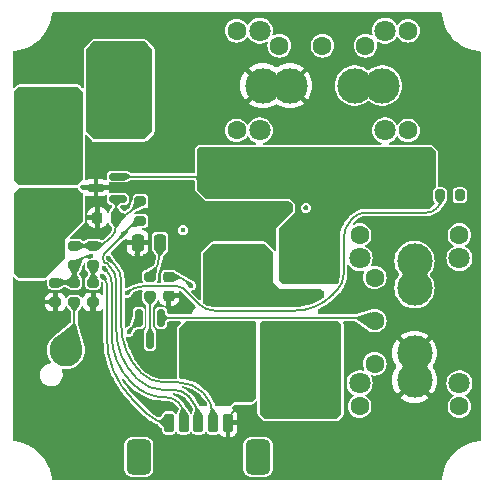
<source format=gbr>
%TF.GenerationSoftware,KiCad,Pcbnew,8.0.5*%
%TF.CreationDate,2024-10-04T18:34:43+02:00*%
%TF.ProjectId,BatteryCharger,42617474-6572-4794-9368-61726765722e,rev?*%
%TF.SameCoordinates,Original*%
%TF.FileFunction,Copper,L4,Bot*%
%TF.FilePolarity,Positive*%
%FSLAX46Y46*%
G04 Gerber Fmt 4.6, Leading zero omitted, Abs format (unit mm)*
G04 Created by KiCad (PCBNEW 8.0.5) date 2024-10-04 18:34:43*
%MOMM*%
%LPD*%
G01*
G04 APERTURE LIST*
G04 Aperture macros list*
%AMRoundRect*
0 Rectangle with rounded corners*
0 $1 Rounding radius*
0 $2 $3 $4 $5 $6 $7 $8 $9 X,Y pos of 4 corners*
0 Add a 4 corners polygon primitive as box body*
4,1,4,$2,$3,$4,$5,$6,$7,$8,$9,$2,$3,0*
0 Add four circle primitives for the rounded corners*
1,1,$1+$1,$2,$3*
1,1,$1+$1,$4,$5*
1,1,$1+$1,$6,$7*
1,1,$1+$1,$8,$9*
0 Add four rect primitives between the rounded corners*
20,1,$1+$1,$2,$3,$4,$5,0*
20,1,$1+$1,$4,$5,$6,$7,0*
20,1,$1+$1,$6,$7,$8,$9,0*
20,1,$1+$1,$8,$9,$2,$3,0*%
G04 Aperture macros list end*
%TA.AperFunction,EtchedComponent*%
%ADD10C,0.200000*%
%TD*%
%TA.AperFunction,ComponentPad*%
%ADD11C,3.500000*%
%TD*%
%TA.AperFunction,SMDPad,CuDef*%
%ADD12RoundRect,0.225000X-0.250000X0.225000X-0.250000X-0.225000X0.250000X-0.225000X0.250000X0.225000X0*%
%TD*%
%TA.AperFunction,SMDPad,CuDef*%
%ADD13RoundRect,0.250000X0.250000X0.475000X-0.250000X0.475000X-0.250000X-0.475000X0.250000X-0.475000X0*%
%TD*%
%TA.AperFunction,SMDPad,CuDef*%
%ADD14RoundRect,0.225000X0.225000X0.250000X-0.225000X0.250000X-0.225000X-0.250000X0.225000X-0.250000X0*%
%TD*%
%TA.AperFunction,SMDPad,CuDef*%
%ADD15RoundRect,0.150000X-0.150000X0.587500X-0.150000X-0.587500X0.150000X-0.587500X0.150000X0.587500X0*%
%TD*%
%TA.AperFunction,ComponentPad*%
%ADD16C,1.600000*%
%TD*%
%TA.AperFunction,ComponentPad*%
%ADD17C,1.800000*%
%TD*%
%TA.AperFunction,ComponentPad*%
%ADD18C,3.000000*%
%TD*%
%TA.AperFunction,ComponentPad*%
%ADD19C,2.800000*%
%TD*%
%TA.AperFunction,SMDPad,CuDef*%
%ADD20RoundRect,0.200000X0.200000X0.600000X-0.200000X0.600000X-0.200000X-0.600000X0.200000X-0.600000X0*%
%TD*%
%TA.AperFunction,SMDPad,CuDef*%
%ADD21RoundRect,0.525000X0.525000X0.975000X-0.525000X0.975000X-0.525000X-0.975000X0.525000X-0.975000X0*%
%TD*%
%TA.AperFunction,SMDPad,CuDef*%
%ADD22RoundRect,0.200000X0.275000X-0.200000X0.275000X0.200000X-0.275000X0.200000X-0.275000X-0.200000X0*%
%TD*%
%TA.AperFunction,SMDPad,CuDef*%
%ADD23RoundRect,0.200000X-0.275000X0.200000X-0.275000X-0.200000X0.275000X-0.200000X0.275000X0.200000X0*%
%TD*%
%TA.AperFunction,SMDPad,CuDef*%
%ADD24RoundRect,0.200000X-0.200000X-0.275000X0.200000X-0.275000X0.200000X0.275000X-0.200000X0.275000X0*%
%TD*%
%TA.AperFunction,SMDPad,CuDef*%
%ADD25RoundRect,0.150000X0.587500X0.150000X-0.587500X0.150000X-0.587500X-0.150000X0.587500X-0.150000X0*%
%TD*%
%TA.AperFunction,ViaPad*%
%ADD26C,0.450000*%
%TD*%
%TA.AperFunction,Conductor*%
%ADD27C,0.200000*%
%TD*%
G04 APERTURE END LIST*
D10*
%TO.C,REF\u002A\u002A*%
X141900000Y-83350000D02*
X141900000Y-90250000D01*
X141300000Y-90850000D01*
X137100000Y-90850000D01*
X136500000Y-90250000D01*
X136500000Y-83350000D01*
X137100000Y-82750000D01*
X141300000Y-82750000D01*
X141900000Y-83350000D01*
%TA.AperFunction,EtchedComponent*%
G36*
X141900000Y-83350000D02*
G01*
X141900000Y-90250000D01*
X141300000Y-90850000D01*
X137100000Y-90850000D01*
X136500000Y-90250000D01*
X136500000Y-83350000D01*
X137100000Y-82750000D01*
X141300000Y-82750000D01*
X141900000Y-83350000D01*
G37*
%TD.AperFunction*%
%TD*%
D11*
%TO.P,J6,1,Pin_1*%
%TO.N,GND*%
X144500000Y-84700000D03*
%TD*%
%TO.P,J5,1,Pin_1*%
%TO.N,GND*%
X156000000Y-117500000D03*
%TD*%
D12*
%TO.P,C12,1*%
%TO.N,/REGN*%
X143400000Y-102625000D03*
%TO.P,C12,2*%
%TO.N,GND*%
X143400000Y-104175000D03*
%TD*%
D13*
%TO.P,C2,1*%
%TO.N,Net-(U1-VCC)*%
X142650000Y-99700000D03*
%TO.P,C2,2*%
%TO.N,GND*%
X140750000Y-99700000D03*
%TD*%
D14*
%TO.P,C18,1*%
%TO.N,+3.3V*%
X138907500Y-97575000D03*
%TO.P,C18,2*%
%TO.N,GND*%
X137357500Y-97575000D03*
%TD*%
D15*
%TO.P,D1,1,A*%
%TO.N,Net-(J2-Pin_2)*%
X140850000Y-106062500D03*
%TO.P,D1,2,A*%
%TO.N,Net-(D3-K)*%
X142750000Y-106062500D03*
%TO.P,D1,3,K*%
%TO.N,Net-(D1-K)*%
X141800000Y-107937500D03*
%TD*%
D16*
%TO.P,J3,M*%
%TO.N,N/C*%
X159550000Y-113550000D03*
D17*
X159550000Y-111600000D03*
X159550000Y-101000000D03*
D16*
X159550000Y-99050000D03*
X168000000Y-113550000D03*
D17*
X168000000Y-111600000D03*
X168000000Y-101000000D03*
D16*
X168000000Y-99050000D03*
%TO.P,J3,5,Pin_5*%
%TO.N,Net-(D3-K)*%
X160825000Y-102650000D03*
%TO.P,J3,4,Pin_4*%
X160825000Y-106300000D03*
%TO.P,J3,3,Pin_3*%
X160825000Y-109950000D03*
D18*
%TO.P,J3,2,Pin_2*%
X164200000Y-103550000D03*
X164200000Y-101250000D03*
%TO.P,J3,1,Pin_1*%
%TO.N,GND*%
X164200000Y-111350000D03*
X164200000Y-109050000D03*
%TD*%
%TO.P,J1,1,Pin_1*%
%TO.N,GND*%
X153650000Y-86400000D03*
X151350000Y-86400000D03*
%TO.P,J1,2,Pin_2*%
%TO.N,/SYS_PWR*%
X161450000Y-86400000D03*
X159150000Y-86400000D03*
D16*
%TO.P,J1,3,Pin_3*%
%TO.N,unconnected-(J1-Pin_3-Pad3)*%
X152750000Y-83025000D03*
%TO.P,J1,4,Pin_4*%
%TO.N,unconnected-(J1-Pin_4-Pad4)*%
X156400000Y-83025000D03*
%TO.P,J1,5,Pin_5*%
%TO.N,unconnected-(J1-Pin_5-Pad5)*%
X160050000Y-83025000D03*
%TO.P,J1,M*%
%TO.N,N/C*%
X163650000Y-90200000D03*
D17*
X161700000Y-90200000D03*
X151100000Y-90200000D03*
D16*
X149150000Y-90200000D03*
X163650000Y-81750000D03*
D17*
X161700000Y-81750000D03*
X151100000Y-81750000D03*
D16*
X149150000Y-81750000D03*
%TD*%
D19*
%TO.P,J2,1,Pin_1*%
%TO.N,GND*%
X134700000Y-113000000D03*
%TO.P,J2,2,Pin_2*%
%TO.N,Net-(J2-Pin_2)*%
X134700000Y-108800000D03*
%TD*%
D20*
%TO.P,J4,1,Pin_1*%
%TO.N,Net-(J4-Pin_1)*%
X143400000Y-114950000D03*
%TO.P,J4,2,Pin_2*%
%TO.N,Net-(J4-Pin_2)*%
X144650000Y-114950000D03*
%TO.P,J4,3,Pin_3*%
%TO.N,Net-(J4-Pin_3)*%
X145900000Y-114950000D03*
%TO.P,J4,4,Pin_4*%
%TO.N,Net-(J4-Pin_4)*%
X147150000Y-114950000D03*
%TO.P,J4,5,Pin_5*%
%TO.N,GND*%
X148400000Y-114950000D03*
D21*
%TO.P,J4,M*%
%TO.N,N/C*%
X150950000Y-117850000D03*
X140850000Y-117850000D03*
%TD*%
D22*
%TO.P,R6,1*%
%TO.N,Net-(J2-Pin_2)*%
X135400000Y-104725000D03*
%TO.P,R6,2*%
%TO.N,Net-(U1-ACDET)*%
X135400000Y-103075000D03*
%TD*%
D23*
%TO.P,R9,1*%
%TO.N,Net-(U1-ACDET)*%
X133800000Y-103075000D03*
%TO.P,R9,2*%
%TO.N,GND*%
X133800000Y-104725000D03*
%TD*%
%TO.P,R8,1*%
%TO.N,+3.3V*%
X135400000Y-99975000D03*
%TO.P,R8,2*%
%TO.N,Net-(U1-ACDET)*%
X135400000Y-101625000D03*
%TD*%
D24*
%TO.P,R4,1*%
%TO.N,Net-(U1-BATDRV)*%
X166375000Y-95700000D03*
%TO.P,R4,2*%
%TO.N,Net-(Q3-G)*%
X168025000Y-95700000D03*
%TD*%
D22*
%TO.P,R1,1*%
%TO.N,Net-(D1-K)*%
X141800000Y-104225000D03*
%TO.P,R1,2*%
%TO.N,Net-(U1-VCC)*%
X141800000Y-102575000D03*
%TD*%
D23*
%TO.P,R13,1*%
%TO.N,+3.3V*%
X141000000Y-96200000D03*
%TO.P,R13,2*%
%TO.N,Net-(J4-Pin_3)*%
X141000000Y-97850000D03*
%TD*%
%TO.P,R10,1*%
%TO.N,+3.3V*%
X137000000Y-99975000D03*
%TO.P,R10,2*%
%TO.N,Net-(U1-ILIM)*%
X137000000Y-101625000D03*
%TD*%
D22*
%TO.P,R12,1*%
%TO.N,GND*%
X137000000Y-104725000D03*
%TO.P,R12,2*%
%TO.N,Net-(U1-ILIM)*%
X137000000Y-103075000D03*
%TD*%
D25*
%TO.P,U2,1,IN*%
%TO.N,/SYS_PWR*%
X139100000Y-94100000D03*
%TO.P,U2,2,OUT*%
%TO.N,+3.3V*%
X139100000Y-96000000D03*
%TO.P,U2,3,GND*%
%TO.N,GND*%
X137225000Y-95050000D03*
%TD*%
D26*
%TO.N,Net-(Q4-S)*%
X155900000Y-104000000D03*
X154700000Y-104000000D03*
X153500000Y-104000000D03*
%TO.N,GND*%
X159000000Y-102500000D03*
X143700000Y-101500000D03*
X145600000Y-99800000D03*
X139900000Y-106400000D03*
X144680000Y-112980000D03*
X142100000Y-113500000D03*
X143100000Y-107800000D03*
X143100000Y-109900000D03*
%TO.N,Net-(J2-Pin_2)*%
X134300000Y-99100000D03*
X134300000Y-100300000D03*
X134700000Y-98300000D03*
X132100000Y-98300000D03*
X132100000Y-100900000D03*
X133400000Y-100900000D03*
X133400000Y-98300000D03*
X132100000Y-99600000D03*
X133400000Y-99600000D03*
%TO.N,Net-(Q2-D)*%
X132100000Y-89100000D03*
X134700000Y-89100000D03*
X133400000Y-89100000D03*
X134700000Y-91700000D03*
X132100000Y-91700000D03*
X133400000Y-91700000D03*
X134700000Y-90400000D03*
X132100000Y-90400000D03*
X133400000Y-90400000D03*
%TO.N,/SYS_PWR*%
X165200000Y-93100000D03*
X165200000Y-94100000D03*
X165200000Y-95100000D03*
X164200000Y-93100000D03*
X164200000Y-94100000D03*
X164200000Y-95100000D03*
X163200000Y-93100000D03*
X163200000Y-94100000D03*
X163200000Y-95100000D03*
X162200000Y-93100000D03*
X162200000Y-94100000D03*
X162200000Y-95100000D03*
X163200000Y-96100000D03*
X164200000Y-96100000D03*
X165200000Y-96100000D03*
X162200000Y-96100000D03*
X147100000Y-93000000D03*
X147100000Y-94400000D03*
%TO.N,Net-(U1-SRP)*%
X155800000Y-109400000D03*
X155800000Y-108100000D03*
X155800000Y-106800000D03*
X153900000Y-112900000D03*
X153900000Y-111400000D03*
X153900000Y-106900000D03*
X153900000Y-108400000D03*
X152000000Y-106900000D03*
X152000000Y-108400000D03*
X152000000Y-112900000D03*
X152000000Y-111400000D03*
X153900000Y-109900000D03*
X152000000Y-109900000D03*
%TO.N,Net-(Q4-S)*%
X147800000Y-112900000D03*
X147800000Y-111400000D03*
X147800000Y-106900000D03*
X147800000Y-108400000D03*
X147800000Y-109900000D03*
X145900000Y-108400000D03*
X145900000Y-111400000D03*
X145900000Y-112900000D03*
X145900000Y-109900000D03*
X145900000Y-106900000D03*
X150950000Y-104350000D03*
X150950000Y-103250000D03*
X150950000Y-102150000D03*
X149850000Y-104350000D03*
X149850000Y-103250000D03*
X149850000Y-102150000D03*
X147650000Y-104350000D03*
X147650000Y-103250000D03*
X147650000Y-102150000D03*
X148750000Y-104350000D03*
X148750000Y-103250000D03*
X148750000Y-102150000D03*
X150950000Y-101050000D03*
X149850000Y-101050000D03*
X148750000Y-101050000D03*
X147650000Y-101050000D03*
%TO.N,GND*%
X149190000Y-113690000D03*
X143400000Y-104175000D03*
X141400000Y-100800000D03*
X140000000Y-100800000D03*
X140000000Y-102200000D03*
X141400000Y-101500000D03*
X140700000Y-102200000D03*
X140000000Y-101500000D03*
X140700000Y-100800000D03*
X140700000Y-101500000D03*
%TO.N,/SYS_PWR*%
X146100000Y-93000000D03*
X146100000Y-94400000D03*
X146600000Y-95100000D03*
X146600000Y-93700000D03*
X146600000Y-92300000D03*
X157400000Y-102700000D03*
X156400000Y-102700000D03*
X157400000Y-101700000D03*
X156400000Y-101700000D03*
X154400000Y-102700000D03*
X153400000Y-102700000D03*
X153400000Y-101700000D03*
X154400000Y-101700000D03*
X155400000Y-102700000D03*
X155400000Y-101700000D03*
X157400000Y-100700000D03*
X156400000Y-100700000D03*
X157400000Y-99700000D03*
X156400000Y-99700000D03*
X153400000Y-100700000D03*
X155400000Y-100700000D03*
X154400000Y-100700000D03*
X153400000Y-99700000D03*
X154400000Y-99700000D03*
X157400000Y-98700000D03*
X156400000Y-98700000D03*
X153400000Y-98700000D03*
X154400000Y-98700000D03*
X155400000Y-99700000D03*
X155400000Y-98700000D03*
%TO.N,GND*%
X155000000Y-96750000D03*
X150690000Y-96600000D03*
X153300000Y-96600000D03*
X152600000Y-97200000D03*
X151900000Y-96600000D03*
X151300000Y-97200000D03*
X150000000Y-97200000D03*
X149300000Y-96600000D03*
X148600000Y-97200000D03*
X148000000Y-96600000D03*
X151900000Y-97900000D03*
X150600000Y-97900000D03*
X149300000Y-97900000D03*
X151205000Y-98585000D03*
X149935000Y-98585000D03*
X148665000Y-98585000D03*
X141460000Y-96980000D03*
X136925000Y-105400000D03*
%TO.N,Net-(J2-Pin_2)*%
X139990000Y-107250000D03*
%TO.N,Net-(Q3-G)*%
X168025000Y-95700000D03*
%TO.N,Net-(U1-BATDRV)*%
X139820000Y-103980000D03*
%TO.N,Net-(J4-Pin_4)*%
X138270000Y-101000000D03*
%TO.N,Net-(J4-Pin_2)*%
X137880000Y-101830000D03*
%TO.N,Net-(J4-Pin_1)*%
X137780000Y-102550000D03*
%TO.N,/REGN*%
X145250000Y-103330000D03*
%TO.N,Net-(U1-ACDET)*%
X136790000Y-100820000D03*
%TO.N,Net-(U1-ILIM)*%
X137000000Y-103075000D03*
%TO.N,Net-(J4-Pin_3)*%
X139550000Y-99000000D03*
%TO.N,Net-(U1-VCC)*%
X142650000Y-99700000D03*
%TO.N,/REGN*%
X143400000Y-102625000D03*
%TO.N,Net-(Q4-S)*%
X148030000Y-100020000D03*
X144600000Y-98625000D03*
%TD*%
D27*
%TO.N,Net-(J4-Pin_4)*%
X147150000Y-114442081D02*
X147150000Y-114950000D01*
X146300000Y-112390000D02*
G75*
G02*
X147150008Y-114442081I-2052100J-2052100D01*
G01*
X144199635Y-111520000D02*
G75*
G02*
X146299990Y-112390010I-35J-2970400D01*
G01*
X142953086Y-111520000D02*
X144199635Y-111520000D01*
%TO.N,GND*%
X148400000Y-114950000D02*
G75*
G02*
X148732336Y-114147656I1134700J0D01*
G01*
X148732340Y-114147660D02*
X149190000Y-113690000D01*
%TO.N,Net-(J4-Pin_3)*%
X145900000Y-114655512D02*
G75*
G03*
X145090004Y-112699996I-2765500J12D01*
G01*
X145900000Y-114950000D02*
X145900000Y-114655512D01*
%TO.N,Net-(J4-Pin_2)*%
X144650000Y-114950000D02*
X144650000Y-114230833D01*
X144650000Y-114230833D02*
G75*
G03*
X144253454Y-113273408I-1354000J33D01*
G01*
%TO.N,Net-(J4-Pin_1)*%
X140300000Y-112930000D02*
X141556325Y-114186325D01*
X138150000Y-103203555D02*
X138150000Y-107739441D01*
X138150000Y-107739441D02*
G75*
G03*
X140300012Y-112929988I7340600J41D01*
G01*
X137949496Y-102719496D02*
G75*
G02*
X138150021Y-103203555I-484096J-484104D01*
G01*
X141556325Y-114186325D02*
G75*
G03*
X143400000Y-114949986I1843675J1843725D01*
G01*
X137780000Y-102550000D02*
X137949496Y-102719496D01*
%TO.N,Net-(D3-K)*%
X160251625Y-106062500D02*
G75*
G02*
X160824993Y-106300007I-25J-810900D01*
G01*
X142750000Y-106062500D02*
X160251625Y-106062500D01*
%TO.N,GND*%
X140750000Y-99700000D02*
G75*
G03*
X140700004Y-99820710I120700J-120700D01*
G01*
X140700000Y-99820710D02*
X140700000Y-100800000D01*
%TO.N,/SYS_PWR*%
X145375736Y-94100000D02*
G75*
G02*
X146099989Y-94400011I-36J-1024300D01*
G01*
X139100000Y-94100000D02*
X145375736Y-94100000D01*
%TO.N,GND*%
X136925000Y-104906066D02*
G75*
G02*
X137000010Y-104725010I256100J-34D01*
G01*
X136925000Y-105400000D02*
X136925000Y-104906066D01*
%TO.N,Net-(J2-Pin_2)*%
X140618423Y-106621578D02*
X139990000Y-107250000D01*
X140850000Y-106062500D02*
G75*
G02*
X140618432Y-106621587I-790700J0D01*
G01*
%TO.N,Net-(J4-Pin_4)*%
X138270000Y-101000000D02*
X138780172Y-101510172D01*
X139360000Y-102910000D02*
X139360000Y-106611695D01*
X141070000Y-110740000D02*
G75*
G03*
X142953086Y-111520006I1883100J1883100D01*
G01*
X139360000Y-106611695D02*
G75*
G03*
X141069998Y-110740002I5838300J-5D01*
G01*
X138780172Y-101510172D02*
G75*
G02*
X139359987Y-102910000I-1399872J-1399828D01*
G01*
%TO.N,Net-(J4-Pin_2)*%
X144200000Y-113220000D02*
X144253431Y-113273431D01*
X143090000Y-112790000D02*
X143161889Y-112790000D01*
X138550000Y-103018528D02*
X138550000Y-107469980D01*
X137880000Y-101830000D02*
X138183345Y-102133345D01*
X143161889Y-112790000D02*
G75*
G02*
X144200003Y-113219997I11J-1468100D01*
G01*
X140240000Y-111550000D02*
X140341558Y-111651558D01*
X140341558Y-111651558D02*
G75*
G03*
X143090000Y-112789995I2748442J2748458D01*
G01*
X138550000Y-107469980D02*
G75*
G03*
X140239994Y-111550006I5770000J-20D01*
G01*
X138183345Y-102133345D02*
G75*
G02*
X138549991Y-103018528I-885145J-885155D01*
G01*
%TO.N,Net-(J4-Pin_3)*%
X139548332Y-99039815D02*
X139550000Y-99000000D01*
X137810000Y-101062721D02*
X137810000Y-100960000D01*
X137943431Y-101323431D02*
X137900000Y-101280000D01*
X137984691Y-101362316D02*
X137943431Y-101323431D01*
X138028154Y-101393364D02*
X137984691Y-101362316D01*
X138111453Y-101434262D02*
X138090320Y-101426107D01*
X138435857Y-101745857D02*
X138133319Y-101443319D01*
X138950000Y-107088264D02*
X138950000Y-102987108D01*
X138090320Y-101426107D02*
X138062996Y-101413324D01*
X143786325Y-112160000D02*
X142914507Y-112160000D01*
X138133319Y-101443319D02*
X138111453Y-101434262D01*
X137900000Y-101280000D02*
G75*
G02*
X137809991Y-101062721I217300J217300D01*
G01*
X138950000Y-102987108D02*
G75*
G03*
X138435862Y-101745852I-1755400J8D01*
G01*
X137810000Y-100960000D02*
G75*
G02*
X137938597Y-100649564I439000J0D01*
G01*
X142914507Y-112160000D02*
G75*
G02*
X140772935Y-111272923I-7J3028600D01*
G01*
X137938590Y-100649557D02*
X139548332Y-99039815D01*
X145090000Y-112700000D02*
G75*
G03*
X143786325Y-112159990I-1303700J-1303700D01*
G01*
X140772929Y-111272929D02*
X140620000Y-111120000D01*
X138062996Y-101413324D02*
X138028154Y-101393364D01*
X140620000Y-111120000D02*
G75*
G02*
X138950015Y-107088264I4031700J4031700D01*
G01*
%TO.N,Net-(U1-BATDRV)*%
X166375000Y-96255797D02*
X166375000Y-95700000D01*
X166060000Y-96800000D02*
X166212929Y-96647071D01*
X164177574Y-97160000D02*
X165190884Y-97160000D01*
X160033969Y-97160000D02*
X164177574Y-97160000D01*
X158840000Y-97760000D02*
X159020000Y-97580000D01*
X158200000Y-102390000D02*
X158200000Y-99305096D01*
X157304892Y-104079282D02*
X157638434Y-103745740D01*
X157260000Y-104120000D02*
X157304892Y-104079282D01*
X147330000Y-105460000D02*
X154024954Y-105460000D01*
X144558712Y-103558712D02*
X145844817Y-104844817D01*
X144130000Y-103390000D02*
X144153812Y-103390997D01*
X141244386Y-103390000D02*
X144130000Y-103390000D01*
X166212929Y-96647071D02*
G75*
G03*
X166375011Y-96255797I-391229J391271D01*
G01*
X159020000Y-97580000D02*
G75*
G02*
X160033969Y-97159987I1014000J-1014000D01*
G01*
X158200000Y-99305096D02*
G75*
G02*
X158840001Y-97760001I2185100J-4D01*
G01*
X157638434Y-103745740D02*
G75*
G03*
X158200002Y-102390000I-1355734J1355740D01*
G01*
X154024954Y-105460000D02*
G75*
G03*
X157260034Y-104120034I46J4575100D01*
G01*
X145844817Y-104844817D02*
G75*
G03*
X147330000Y-105459990I1485183J1485217D01*
G01*
X144153812Y-103390997D02*
G75*
G02*
X144558703Y-103558721I-12J-572603D01*
G01*
X165190884Y-97160000D02*
G75*
G03*
X166060005Y-96800005I16J1229100D01*
G01*
X139820000Y-103980000D02*
G75*
G02*
X141244386Y-103389994I1424400J-1424400D01*
G01*
%TO.N,/REGN*%
X144919080Y-102999081D02*
X145250000Y-103330000D01*
X144015970Y-102625000D02*
G75*
G02*
X144919097Y-102999064I30J-1277200D01*
G01*
X143400000Y-102625000D02*
X144015970Y-102625000D01*
%TO.N,Net-(J2-Pin_2)*%
X135400000Y-107110051D02*
G75*
G02*
X134700014Y-108800014I-2389900J-49D01*
G01*
X135400000Y-104725000D02*
X135400000Y-107110051D01*
%TO.N,+3.3V*%
X135400000Y-99975000D02*
X137000000Y-99975000D01*
X138374222Y-99405778D02*
G75*
G02*
X137000000Y-99975012I-1374222J1374178D01*
G01*
X138907500Y-98338635D02*
G75*
G02*
X138529990Y-99249990I-1288900J35D01*
G01*
X138907500Y-97575000D02*
X138907500Y-98338635D01*
X138530000Y-99250000D02*
X138374222Y-99405778D01*
X140132349Y-97067651D02*
X141000000Y-96200000D01*
X138907500Y-97575000D02*
G75*
G03*
X140132349Y-97067651I0J1732200D01*
G01*
X139100000Y-96000000D02*
X138910000Y-96190000D01*
X138907500Y-96196035D02*
X138910000Y-96190000D01*
X138907500Y-97575000D02*
X138907500Y-96196035D01*
%TO.N,Net-(U1-VCC)*%
X142650000Y-100522919D02*
X142650000Y-99700000D01*
X141800000Y-102575000D02*
G75*
G03*
X142650008Y-100522919I-2052100J2052100D01*
G01*
%TO.N,Net-(D1-K)*%
X141800000Y-107937500D02*
X141800000Y-104225000D01*
%TO.N,Net-(U1-ACDET)*%
X133800000Y-103075000D02*
X135400000Y-103075000D01*
X135400000Y-103075000D02*
X135400000Y-101625000D01*
X135791342Y-101233657D02*
X135400000Y-101625000D01*
X136790000Y-100820000D02*
G75*
G03*
X135791346Y-101233661I0J-1412300D01*
G01*
%TO.N,Net-(U1-ILIM)*%
X137000000Y-101625000D02*
X137000000Y-103075000D01*
%TO.N,Net-(J4-Pin_3)*%
X139550000Y-99000000D02*
X140487868Y-98062132D01*
X140487868Y-98062132D02*
G75*
G02*
X141000000Y-97850011I512132J-512168D01*
G01*
%TD*%
%TA.AperFunction,Conductor*%
%TO.N,GND*%
G36*
X166492610Y-80222174D02*
G01*
X166514183Y-80270627D01*
X166519173Y-80365853D01*
X166519173Y-80365854D01*
X166576483Y-80727693D01*
X166671299Y-81081552D01*
X166780210Y-81365273D01*
X166802591Y-81423578D01*
X166968911Y-81750000D01*
X167168441Y-82057248D01*
X167398993Y-82341957D01*
X167658043Y-82601007D01*
X167942752Y-82831559D01*
X168250000Y-83031089D01*
X168576422Y-83197409D01*
X168918441Y-83328698D01*
X168918443Y-83328698D01*
X168918447Y-83328700D01*
X169154353Y-83391910D01*
X169272309Y-83423517D01*
X169634150Y-83480827D01*
X169729374Y-83485817D01*
X169780492Y-83510199D01*
X169799500Y-83559715D01*
X169799500Y-116440283D01*
X169777826Y-116492609D01*
X169729374Y-116514182D01*
X169634145Y-116519173D01*
X169272306Y-116576483D01*
X168918447Y-116671299D01*
X168576428Y-116802588D01*
X168250001Y-116968910D01*
X167942750Y-117168442D01*
X167658040Y-117398995D01*
X167398995Y-117658040D01*
X167168442Y-117942750D01*
X166968910Y-118250001D01*
X166802588Y-118576428D01*
X166671299Y-118918447D01*
X166576483Y-119272306D01*
X166519173Y-119634145D01*
X166519173Y-119634146D01*
X166514183Y-119729373D01*
X166489800Y-119780493D01*
X166440284Y-119799500D01*
X133559716Y-119799500D01*
X133507390Y-119777826D01*
X133485817Y-119729373D01*
X133480827Y-119634150D01*
X133423517Y-119272309D01*
X133343240Y-118972713D01*
X133328700Y-118918447D01*
X133311386Y-118873341D01*
X133197409Y-118576422D01*
X133031089Y-118250000D01*
X132831559Y-117942752D01*
X132601007Y-117658043D01*
X132341957Y-117398993D01*
X132057248Y-117168441D01*
X131750000Y-116968911D01*
X131470812Y-116826658D01*
X139599500Y-116826658D01*
X139599500Y-118873336D01*
X139599501Y-118873342D01*
X139609651Y-118972708D01*
X139609652Y-118972713D01*
X139662996Y-119133695D01*
X139748494Y-119272309D01*
X139752032Y-119278044D01*
X139871956Y-119397968D01*
X140016303Y-119487003D01*
X140177292Y-119540349D01*
X140276655Y-119550500D01*
X141423344Y-119550499D01*
X141522708Y-119540349D01*
X141683697Y-119487003D01*
X141828044Y-119397968D01*
X141947968Y-119278044D01*
X142037003Y-119133697D01*
X142090349Y-118972708D01*
X142100500Y-118873345D01*
X142100499Y-116826658D01*
X149699500Y-116826658D01*
X149699500Y-118873336D01*
X149699501Y-118873342D01*
X149709651Y-118972708D01*
X149709652Y-118972713D01*
X149762996Y-119133695D01*
X149848494Y-119272309D01*
X149852032Y-119278044D01*
X149971956Y-119397968D01*
X150116303Y-119487003D01*
X150277292Y-119540349D01*
X150376655Y-119550500D01*
X151523344Y-119550499D01*
X151622708Y-119540349D01*
X151783697Y-119487003D01*
X151928044Y-119397968D01*
X152047968Y-119278044D01*
X152137003Y-119133697D01*
X152190349Y-118972708D01*
X152200500Y-118873345D01*
X152200499Y-116826656D01*
X152190349Y-116727292D01*
X152137003Y-116566303D01*
X152047968Y-116421956D01*
X151928044Y-116302032D01*
X151928043Y-116302031D01*
X151783695Y-116212996D01*
X151622710Y-116159651D01*
X151594318Y-116156750D01*
X151523345Y-116149500D01*
X151523340Y-116149500D01*
X150376663Y-116149500D01*
X150376657Y-116149500D01*
X150376656Y-116149501D01*
X150326974Y-116154576D01*
X150277291Y-116159651D01*
X150277286Y-116159652D01*
X150116304Y-116212996D01*
X149971956Y-116302031D01*
X149852031Y-116421956D01*
X149762996Y-116566304D01*
X149709651Y-116727289D01*
X149709651Y-116727291D01*
X149709651Y-116727292D01*
X149701959Y-116802591D01*
X149699500Y-116826658D01*
X142100499Y-116826658D01*
X142100499Y-116826656D01*
X142090349Y-116727292D01*
X142037003Y-116566303D01*
X141947968Y-116421956D01*
X141828044Y-116302032D01*
X141828043Y-116302031D01*
X141683695Y-116212996D01*
X141522710Y-116159651D01*
X141494318Y-116156750D01*
X141423345Y-116149500D01*
X141423340Y-116149500D01*
X140276663Y-116149500D01*
X140276657Y-116149500D01*
X140276656Y-116149501D01*
X140226974Y-116154576D01*
X140177291Y-116159651D01*
X140177286Y-116159652D01*
X140016304Y-116212996D01*
X139871956Y-116302031D01*
X139752031Y-116421956D01*
X139662996Y-116566304D01*
X139609651Y-116727289D01*
X139609651Y-116727291D01*
X139609651Y-116727292D01*
X139601959Y-116802591D01*
X139599500Y-116826658D01*
X131470812Y-116826658D01*
X131423578Y-116802591D01*
X131423573Y-116802589D01*
X131423571Y-116802588D01*
X131081552Y-116671299D01*
X130727693Y-116576483D01*
X130365854Y-116519173D01*
X130270626Y-116514182D01*
X130219507Y-116489798D01*
X130200500Y-116440283D01*
X130200500Y-110804415D01*
X132469500Y-110804415D01*
X132469500Y-110995584D01*
X132506794Y-111183078D01*
X132506797Y-111183088D01*
X132579953Y-111359703D01*
X132686162Y-111518657D01*
X132821342Y-111653837D01*
X132980296Y-111760046D01*
X133143869Y-111827800D01*
X133156916Y-111833204D01*
X133344414Y-111870500D01*
X133344416Y-111870500D01*
X133535584Y-111870500D01*
X133535586Y-111870500D01*
X133723084Y-111833204D01*
X133899704Y-111760046D01*
X134058658Y-111653837D01*
X134193837Y-111518658D01*
X134300046Y-111359704D01*
X134373204Y-111183084D01*
X134410500Y-110995586D01*
X134410500Y-110804414D01*
X134373204Y-110616916D01*
X134314072Y-110474157D01*
X134314072Y-110417523D01*
X134354120Y-110377474D01*
X134399714Y-110373886D01*
X134448852Y-110385683D01*
X134448850Y-110385683D01*
X134485497Y-110388567D01*
X134700000Y-110405449D01*
X134951148Y-110385683D01*
X135196111Y-110326873D01*
X135428859Y-110230466D01*
X135643659Y-110098836D01*
X135835224Y-109935224D01*
X135998836Y-109743659D01*
X136130466Y-109528859D01*
X136226873Y-109296111D01*
X136285683Y-109051148D01*
X136305449Y-108800000D01*
X136285683Y-108548852D01*
X136226873Y-108303889D01*
X136130466Y-108071141D01*
X136120052Y-108054147D01*
X136111793Y-108035089D01*
X135703145Y-106547850D01*
X135700500Y-106528244D01*
X135700500Y-105617460D01*
X135713027Y-105576265D01*
X135958792Y-105209577D01*
X135967922Y-105198468D01*
X136003050Y-105163342D01*
X136024630Y-105120987D01*
X136067696Y-105084205D01*
X136124158Y-105088648D01*
X136158931Y-105126264D01*
X136200901Y-105227588D01*
X136297075Y-105352924D01*
X136422412Y-105449099D01*
X136568369Y-105509556D01*
X136685678Y-105524999D01*
X136800000Y-105524999D01*
X136800000Y-103925000D01*
X136685678Y-103925000D01*
X136568371Y-103940443D01*
X136568367Y-103940444D01*
X136422412Y-104000900D01*
X136297075Y-104097075D01*
X136200901Y-104222411D01*
X136158931Y-104323735D01*
X136118882Y-104363783D01*
X136062245Y-104363783D01*
X136024630Y-104329012D01*
X136003050Y-104286658D01*
X135913342Y-104196950D01*
X135800304Y-104139354D01*
X135800302Y-104139353D01*
X135800301Y-104139353D01*
X135706519Y-104124500D01*
X135093480Y-104124500D01*
X134999695Y-104139353D01*
X134999693Y-104139354D01*
X134886657Y-104196950D01*
X134796950Y-104286657D01*
X134775369Y-104329012D01*
X134732302Y-104365794D01*
X134675839Y-104361350D01*
X134641068Y-104323734D01*
X134599099Y-104222412D01*
X134502924Y-104097075D01*
X134377587Y-104000900D01*
X134231630Y-103940443D01*
X134114321Y-103925000D01*
X134000000Y-103925000D01*
X134000000Y-105524999D01*
X134114321Y-105524999D01*
X134231628Y-105509556D01*
X134231632Y-105509555D01*
X134377587Y-105449099D01*
X134502924Y-105352924D01*
X134599099Y-105227587D01*
X134641068Y-105126265D01*
X134681116Y-105086216D01*
X134737753Y-105086216D01*
X134775369Y-105120988D01*
X134796948Y-105163340D01*
X134832069Y-105198461D01*
X134841209Y-105209583D01*
X135086971Y-105576263D01*
X135099500Y-105617460D01*
X135099500Y-106445069D01*
X135077826Y-106497395D01*
X135071466Y-106503061D01*
X133994236Y-107356901D01*
X133976600Y-107367271D01*
X133971151Y-107369528D01*
X133971134Y-107369537D01*
X133756343Y-107501162D01*
X133756342Y-107501163D01*
X133564778Y-107664773D01*
X133564773Y-107664778D01*
X133401163Y-107856342D01*
X133401162Y-107856343D01*
X133269537Y-108071134D01*
X133269532Y-108071144D01*
X133173125Y-108303892D01*
X133114317Y-108548850D01*
X133094551Y-108800000D01*
X133114317Y-109051149D01*
X133173125Y-109296107D01*
X133269532Y-109528855D01*
X133269537Y-109528865D01*
X133356884Y-109671401D01*
X133401164Y-109743659D01*
X133414225Y-109758951D01*
X133455639Y-109807441D01*
X133473141Y-109861306D01*
X133447428Y-109911770D01*
X133399369Y-109929500D01*
X133344414Y-109929500D01*
X133291260Y-109940072D01*
X133156921Y-109966794D01*
X133156911Y-109966797D01*
X132980296Y-110039953D01*
X132821342Y-110146162D01*
X132821341Y-110146164D01*
X132686164Y-110281341D01*
X132686162Y-110281342D01*
X132579953Y-110440296D01*
X132506797Y-110616911D01*
X132506794Y-110616921D01*
X132469500Y-110804415D01*
X130200500Y-110804415D01*
X130200500Y-104964321D01*
X132925001Y-104964321D01*
X132940443Y-105081628D01*
X132940444Y-105081632D01*
X133000900Y-105227587D01*
X133097075Y-105352924D01*
X133222412Y-105449099D01*
X133368369Y-105509556D01*
X133485678Y-105524999D01*
X133600000Y-105524999D01*
X133600000Y-104925000D01*
X132925001Y-104925000D01*
X132925001Y-104964321D01*
X130200500Y-104964321D01*
X130200500Y-104485678D01*
X132925000Y-104485678D01*
X132925000Y-104525000D01*
X133600000Y-104525000D01*
X133600000Y-103925000D01*
X133485678Y-103925000D01*
X133368371Y-103940443D01*
X133368367Y-103940444D01*
X133222412Y-104000900D01*
X133097075Y-104097075D01*
X133000900Y-104222412D01*
X132940443Y-104368369D01*
X132925000Y-104485678D01*
X130200500Y-104485678D01*
X130200500Y-102669771D01*
X130222174Y-102617445D01*
X130274500Y-102595771D01*
X130326824Y-102617444D01*
X130533016Y-102823636D01*
X130599685Y-102868183D01*
X130652011Y-102889857D01*
X130730652Y-102905500D01*
X130730654Y-102905500D01*
X132869346Y-102905500D01*
X132869348Y-102905500D01*
X132947989Y-102889857D01*
X133000315Y-102868183D01*
X133009387Y-102862120D01*
X133064935Y-102851071D01*
X133112028Y-102882535D01*
X133124500Y-102923649D01*
X133124500Y-103306519D01*
X133139353Y-103400304D01*
X133139354Y-103400306D01*
X133189112Y-103497960D01*
X133196950Y-103513342D01*
X133286658Y-103603050D01*
X133399696Y-103660646D01*
X133493481Y-103675500D01*
X134106518Y-103675499D01*
X134106519Y-103675499D01*
X134137780Y-103670548D01*
X134200304Y-103660646D01*
X134229186Y-103645929D01*
X134240769Y-103641214D01*
X134257778Y-103635919D01*
X134564637Y-103468979D01*
X134620957Y-103463013D01*
X134635356Y-103468977D01*
X134942219Y-103635918D01*
X134942223Y-103635920D01*
X134954655Y-103640638D01*
X134973539Y-103647805D01*
X134980848Y-103651042D01*
X134999696Y-103660646D01*
X135093481Y-103675500D01*
X135706518Y-103675499D01*
X135706519Y-103675499D01*
X135800304Y-103660646D01*
X135800306Y-103660645D01*
X135802419Y-103659568D01*
X135913342Y-103603050D01*
X136003050Y-103513342D01*
X136060646Y-103400304D01*
X136075500Y-103306519D01*
X136075499Y-102843482D01*
X136072356Y-102823638D01*
X136060646Y-102749695D01*
X136060645Y-102749693D01*
X136009848Y-102650000D01*
X136003050Y-102636658D01*
X135967933Y-102601541D01*
X135958789Y-102590415D01*
X135958788Y-102590414D01*
X135825266Y-102391197D01*
X135814138Y-102335664D01*
X135825267Y-102308800D01*
X135958787Y-102109584D01*
X135967922Y-102098468D01*
X136003050Y-102063342D01*
X136060646Y-101950304D01*
X136075500Y-101856519D01*
X136075499Y-101796242D01*
X136080139Y-101770452D01*
X136181141Y-101498831D01*
X136219692Y-101457342D01*
X136276291Y-101455264D01*
X136317782Y-101493816D01*
X136324500Y-101524624D01*
X136324500Y-101856519D01*
X136339353Y-101950304D01*
X136339354Y-101950306D01*
X136396950Y-102063342D01*
X136432069Y-102098461D01*
X136441213Y-102109588D01*
X136574731Y-102308800D01*
X136585859Y-102364333D01*
X136574731Y-102391196D01*
X136537909Y-102446138D01*
X136441210Y-102590414D01*
X136432068Y-102601538D01*
X136396949Y-102636659D01*
X136339353Y-102749698D01*
X136324500Y-102843480D01*
X136324500Y-103306519D01*
X136339353Y-103400304D01*
X136339354Y-103400306D01*
X136389112Y-103497960D01*
X136396950Y-103513342D01*
X136486658Y-103603050D01*
X136599696Y-103660646D01*
X136693481Y-103675500D01*
X137306518Y-103675499D01*
X137306519Y-103675499D01*
X137400304Y-103660646D01*
X137400306Y-103660645D01*
X137402419Y-103659568D01*
X137513342Y-103603050D01*
X137603050Y-103513342D01*
X137660646Y-103400304D01*
X137675500Y-103306519D01*
X137675499Y-103116003D01*
X137697173Y-103063678D01*
X137749499Y-103042004D01*
X137787289Y-103052380D01*
X137802315Y-103061307D01*
X137836233Y-103106662D01*
X137837889Y-103115265D01*
X137848866Y-103198609D01*
X137849500Y-103208272D01*
X137849500Y-104070099D01*
X137827826Y-104122425D01*
X137775500Y-104144099D01*
X137723174Y-104122425D01*
X137716792Y-104115148D01*
X137702924Y-104097075D01*
X137577587Y-104000900D01*
X137431630Y-103940443D01*
X137314321Y-103925000D01*
X137200000Y-103925000D01*
X137200000Y-105524999D01*
X137314321Y-105524999D01*
X137431628Y-105509556D01*
X137431632Y-105509555D01*
X137577587Y-105449099D01*
X137702925Y-105352923D01*
X137716791Y-105334853D01*
X137765840Y-105306533D01*
X137820547Y-105321191D01*
X137848867Y-105370240D01*
X137849500Y-105379900D01*
X137849500Y-107708775D01*
X137849484Y-107708815D01*
X137849485Y-107989577D01*
X137849486Y-107989585D01*
X137872523Y-108341049D01*
X137882209Y-108488811D01*
X137947509Y-108984792D01*
X137947510Y-108984800D01*
X138045110Y-109475461D01*
X138045118Y-109475494D01*
X138174595Y-109958700D01*
X138174597Y-109958707D01*
X138174599Y-109958713D01*
X138335412Y-110432447D01*
X138387707Y-110558698D01*
X138526857Y-110894635D01*
X138717624Y-111281471D01*
X138748135Y-111343341D01*
X138998278Y-111776600D01*
X139147045Y-111999244D01*
X139276225Y-112192576D01*
X139492670Y-112474650D01*
X139580777Y-112589473D01*
X139751726Y-112784403D01*
X139910637Y-112965606D01*
X140056951Y-113111921D01*
X140056956Y-113111927D01*
X140077104Y-113132075D01*
X140077111Y-113132085D01*
X140110301Y-113165273D01*
X140110303Y-113165274D01*
X141306971Y-114361942D01*
X141306988Y-114361961D01*
X141310186Y-114365159D01*
X141310187Y-114365160D01*
X141316346Y-114371319D01*
X141322881Y-114377853D01*
X141322896Y-114377888D01*
X141343832Y-114398823D01*
X141343832Y-114398824D01*
X141435158Y-114490147D01*
X141444847Y-114499836D01*
X141444855Y-114499844D01*
X141665689Y-114681072D01*
X141665695Y-114681077D01*
X141665703Y-114681083D01*
X141903261Y-114839811D01*
X142155233Y-114974490D01*
X142155238Y-114974492D01*
X142155242Y-114974494D01*
X142419185Y-115083821D01*
X142419192Y-115083824D01*
X142445019Y-115091657D01*
X142458135Y-115095636D01*
X142485788Y-115111114D01*
X142774632Y-115367577D01*
X142799370Y-115418527D01*
X142799500Y-115422913D01*
X142799500Y-115581519D01*
X142814353Y-115675304D01*
X142814354Y-115675306D01*
X142871950Y-115788342D01*
X142961658Y-115878050D01*
X143074696Y-115935646D01*
X143168481Y-115950500D01*
X143631518Y-115950499D01*
X143631519Y-115950499D01*
X143725304Y-115935646D01*
X143725306Y-115935645D01*
X143727419Y-115934568D01*
X143838342Y-115878050D01*
X143928050Y-115788342D01*
X143959066Y-115727468D01*
X144002131Y-115690687D01*
X144058593Y-115695130D01*
X144090933Y-115727469D01*
X144121950Y-115788342D01*
X144211658Y-115878050D01*
X144324696Y-115935646D01*
X144418481Y-115950500D01*
X144881518Y-115950499D01*
X144881519Y-115950499D01*
X144975304Y-115935646D01*
X144975306Y-115935645D01*
X144977419Y-115934568D01*
X145088342Y-115878050D01*
X145178050Y-115788342D01*
X145209066Y-115727468D01*
X145252131Y-115690687D01*
X145308593Y-115695130D01*
X145340933Y-115727469D01*
X145371950Y-115788342D01*
X145461658Y-115878050D01*
X145574696Y-115935646D01*
X145668481Y-115950500D01*
X146131518Y-115950499D01*
X146131519Y-115950499D01*
X146225304Y-115935646D01*
X146225306Y-115935645D01*
X146227419Y-115934568D01*
X146338342Y-115878050D01*
X146428050Y-115788342D01*
X146459066Y-115727468D01*
X146502131Y-115690687D01*
X146558593Y-115695130D01*
X146590933Y-115727469D01*
X146621950Y-115788342D01*
X146711658Y-115878050D01*
X146824696Y-115935646D01*
X146918481Y-115950500D01*
X147381518Y-115950499D01*
X147381519Y-115950499D01*
X147475304Y-115935646D01*
X147475306Y-115935645D01*
X147477380Y-115934587D01*
X147588342Y-115878050D01*
X147589269Y-115877122D01*
X147590082Y-115876785D01*
X147593055Y-115874626D01*
X147593573Y-115875339D01*
X147641592Y-115855444D01*
X147693920Y-115877113D01*
X147700307Y-115884395D01*
X147772075Y-115977924D01*
X147897412Y-116074099D01*
X148043369Y-116134556D01*
X148160678Y-116149999D01*
X148600000Y-116149999D01*
X148639321Y-116149999D01*
X148756628Y-116134556D01*
X148756632Y-116134555D01*
X148902587Y-116074099D01*
X149027924Y-115977924D01*
X149124099Y-115852587D01*
X149184556Y-115706630D01*
X149200000Y-115589321D01*
X149200000Y-115150000D01*
X148600000Y-115150000D01*
X148600000Y-116149999D01*
X148160678Y-116149999D01*
X148199999Y-116149998D01*
X148200000Y-116149998D01*
X148200000Y-114824000D01*
X148221674Y-114771674D01*
X148274000Y-114750000D01*
X149199999Y-114750000D01*
X149199999Y-114310678D01*
X149184556Y-114193371D01*
X149184555Y-114193367D01*
X149124099Y-114047412D01*
X149027924Y-113922075D01*
X148902587Y-113825900D01*
X148759914Y-113766804D01*
X148719865Y-113726756D01*
X148719865Y-113670119D01*
X148747119Y-113636909D01*
X148766984Y-113623636D01*
X148963446Y-113427174D01*
X149015772Y-113405500D01*
X150369346Y-113405500D01*
X150369348Y-113405500D01*
X150447989Y-113389857D01*
X150500315Y-113368183D01*
X150566984Y-113323636D01*
X150768175Y-113122444D01*
X150820500Y-113100771D01*
X150872826Y-113122445D01*
X150894500Y-113174771D01*
X150894500Y-114169348D01*
X150898548Y-114189700D01*
X150910141Y-114247983D01*
X150910144Y-114247993D01*
X150931815Y-114300312D01*
X150973007Y-114361961D01*
X150976364Y-114366984D01*
X151333016Y-114723636D01*
X151399685Y-114768183D01*
X151452011Y-114789857D01*
X151530652Y-114805500D01*
X151530654Y-114805500D01*
X157569346Y-114805500D01*
X157569348Y-114805500D01*
X157647989Y-114789857D01*
X157700315Y-114768183D01*
X157766984Y-114723636D01*
X158123636Y-114366984D01*
X158168183Y-114300315D01*
X158189857Y-114247989D01*
X158205500Y-114169348D01*
X158205500Y-111599996D01*
X158444785Y-111599996D01*
X158444785Y-111600003D01*
X158463601Y-111803076D01*
X158463602Y-111803082D01*
X158507792Y-111958390D01*
X158519418Y-111999250D01*
X158610327Y-112181821D01*
X158610328Y-112181822D01*
X158610329Y-112181825D01*
X158733234Y-112344578D01*
X158733235Y-112344579D01*
X158835805Y-112438083D01*
X158883959Y-112481981D01*
X159018516Y-112565295D01*
X159025739Y-112569767D01*
X159058817Y-112615740D01*
X159049699Y-112671639D01*
X159021667Y-112697945D01*
X158991461Y-112714090D01*
X158839117Y-112839117D01*
X158714089Y-112991463D01*
X158621187Y-113165268D01*
X158563976Y-113353866D01*
X158544659Y-113550000D01*
X158563976Y-113746133D01*
X158621187Y-113934731D01*
X158708776Y-114098597D01*
X158714090Y-114108538D01*
X158839117Y-114260883D01*
X158991462Y-114385910D01*
X159053453Y-114419045D01*
X159165268Y-114478812D01*
X159165270Y-114478812D01*
X159165273Y-114478814D01*
X159353868Y-114536024D01*
X159550000Y-114555341D01*
X159746132Y-114536024D01*
X159934727Y-114478814D01*
X160108538Y-114385910D01*
X160260883Y-114260883D01*
X160385910Y-114108538D01*
X160478814Y-113934727D01*
X160536024Y-113746132D01*
X160555341Y-113550000D01*
X160536024Y-113353868D01*
X160478814Y-113165273D01*
X160478812Y-113165270D01*
X160478812Y-113165268D01*
X160405064Y-113027297D01*
X160385910Y-112991462D01*
X160260883Y-112839117D01*
X160108538Y-112714090D01*
X160078333Y-112697945D01*
X160042402Y-112654164D01*
X160047954Y-112597800D01*
X160074257Y-112569769D01*
X160216041Y-112481981D01*
X160366764Y-112344579D01*
X160454529Y-112228360D01*
X160489670Y-112181825D01*
X160489670Y-112181824D01*
X160489673Y-112181821D01*
X160580582Y-111999250D01*
X160636397Y-111803083D01*
X160637508Y-111791100D01*
X160655215Y-111600003D01*
X160655215Y-111599996D01*
X160636398Y-111396923D01*
X160636397Y-111396917D01*
X160625809Y-111359704D01*
X160580582Y-111200750D01*
X160493208Y-111025280D01*
X160489287Y-110968779D01*
X160526466Y-110926054D01*
X160580933Y-110921483D01*
X160628868Y-110936024D01*
X160825000Y-110955341D01*
X161021132Y-110936024D01*
X161209727Y-110878814D01*
X161383538Y-110785910D01*
X161535883Y-110660883D01*
X161660910Y-110508538D01*
X161753814Y-110334727D01*
X161811024Y-110146132D01*
X161830341Y-109950000D01*
X161811024Y-109753868D01*
X161753814Y-109565273D01*
X161753812Y-109565270D01*
X161753812Y-109565268D01*
X161680943Y-109428942D01*
X161660910Y-109391462D01*
X161535883Y-109239117D01*
X161383538Y-109114090D01*
X161373597Y-109108776D01*
X161263623Y-109049993D01*
X162295147Y-109049993D01*
X162295147Y-109050006D01*
X162314535Y-109321086D01*
X162372306Y-109586655D01*
X162372311Y-109586673D01*
X162467282Y-109841301D01*
X162597536Y-110079843D01*
X162654288Y-110155654D01*
X162668295Y-110210531D01*
X162654288Y-110244346D01*
X162597536Y-110320156D01*
X162467282Y-110558698D01*
X162372311Y-110813326D01*
X162372306Y-110813344D01*
X162314535Y-111078913D01*
X162295147Y-111349993D01*
X162295147Y-111350006D01*
X162314535Y-111621086D01*
X162372306Y-111886655D01*
X162372311Y-111886673D01*
X162467282Y-112141301D01*
X162597536Y-112379843D01*
X162721592Y-112545562D01*
X163509940Y-111757214D01*
X163578599Y-111859970D01*
X163690030Y-111971401D01*
X163792783Y-112040058D01*
X163004436Y-112828406D01*
X163004436Y-112828407D01*
X163170156Y-112952463D01*
X163408698Y-113082717D01*
X163663326Y-113177688D01*
X163663344Y-113177693D01*
X163928913Y-113235464D01*
X164199993Y-113254853D01*
X164200007Y-113254853D01*
X164471086Y-113235464D01*
X164736655Y-113177693D01*
X164736673Y-113177688D01*
X164991301Y-113082717D01*
X165229843Y-112952463D01*
X165395562Y-112828407D01*
X165395562Y-112828406D01*
X164607215Y-112040059D01*
X164709970Y-111971401D01*
X164821401Y-111859970D01*
X164890059Y-111757215D01*
X165678406Y-112545562D01*
X165678407Y-112545562D01*
X165802463Y-112379843D01*
X165932717Y-112141301D01*
X166027688Y-111886673D01*
X166027693Y-111886655D01*
X166085464Y-111621086D01*
X166086972Y-111599996D01*
X166894785Y-111599996D01*
X166894785Y-111600003D01*
X166913601Y-111803076D01*
X166913602Y-111803082D01*
X166957792Y-111958390D01*
X166969418Y-111999250D01*
X167060327Y-112181821D01*
X167060328Y-112181822D01*
X167060329Y-112181825D01*
X167183234Y-112344578D01*
X167183235Y-112344579D01*
X167285805Y-112438083D01*
X167333959Y-112481981D01*
X167468516Y-112565295D01*
X167475739Y-112569767D01*
X167508817Y-112615740D01*
X167499699Y-112671639D01*
X167471667Y-112697945D01*
X167441461Y-112714090D01*
X167289117Y-112839117D01*
X167164089Y-112991463D01*
X167071187Y-113165268D01*
X167013976Y-113353866D01*
X166994659Y-113550000D01*
X167013976Y-113746133D01*
X167071187Y-113934731D01*
X167158776Y-114098597D01*
X167164090Y-114108538D01*
X167289117Y-114260883D01*
X167441462Y-114385910D01*
X167503453Y-114419045D01*
X167615268Y-114478812D01*
X167615270Y-114478812D01*
X167615273Y-114478814D01*
X167803868Y-114536024D01*
X168000000Y-114555341D01*
X168196132Y-114536024D01*
X168384727Y-114478814D01*
X168558538Y-114385910D01*
X168710883Y-114260883D01*
X168835910Y-114108538D01*
X168928814Y-113934727D01*
X168986024Y-113746132D01*
X169005341Y-113550000D01*
X168986024Y-113353868D01*
X168928814Y-113165273D01*
X168928812Y-113165270D01*
X168928812Y-113165268D01*
X168855064Y-113027297D01*
X168835910Y-112991462D01*
X168710883Y-112839117D01*
X168558538Y-112714090D01*
X168528333Y-112697945D01*
X168492402Y-112654164D01*
X168497954Y-112597800D01*
X168524257Y-112569769D01*
X168666041Y-112481981D01*
X168816764Y-112344579D01*
X168904529Y-112228360D01*
X168939670Y-112181825D01*
X168939670Y-112181824D01*
X168939673Y-112181821D01*
X169030582Y-111999250D01*
X169086397Y-111803083D01*
X169087508Y-111791100D01*
X169105215Y-111600003D01*
X169105215Y-111599996D01*
X169086398Y-111396923D01*
X169086397Y-111396917D01*
X169075809Y-111359704D01*
X169030582Y-111200750D01*
X168939673Y-111018179D01*
X168939670Y-111018175D01*
X168939670Y-111018174D01*
X168816765Y-110855421D01*
X168816764Y-110855420D01*
X168666041Y-110718019D01*
X168643487Y-110704054D01*
X168492637Y-110610652D01*
X168312567Y-110540893D01*
X168302459Y-110536977D01*
X168302458Y-110536976D01*
X168302456Y-110536976D01*
X168214407Y-110520516D01*
X168101979Y-110499500D01*
X168101976Y-110499500D01*
X167898024Y-110499500D01*
X167898020Y-110499500D01*
X167762284Y-110524874D01*
X167697544Y-110536976D01*
X167697542Y-110536976D01*
X167697540Y-110536977D01*
X167507368Y-110610650D01*
X167507363Y-110610652D01*
X167507358Y-110610654D01*
X167507358Y-110610655D01*
X167333958Y-110718019D01*
X167333957Y-110718019D01*
X167183235Y-110855420D01*
X167183234Y-110855421D01*
X167060329Y-111018174D01*
X167060328Y-111018177D01*
X166969418Y-111200750D01*
X166969416Y-111200755D01*
X166913602Y-111396917D01*
X166913601Y-111396923D01*
X166894785Y-111599996D01*
X166086972Y-111599996D01*
X166104853Y-111350006D01*
X166104853Y-111349993D01*
X166085464Y-111078913D01*
X166027693Y-110813344D01*
X166027688Y-110813326D01*
X165932717Y-110558698D01*
X165802465Y-110320160D01*
X165745711Y-110244347D01*
X165731704Y-110189469D01*
X165745711Y-110155653D01*
X165802465Y-110079839D01*
X165932717Y-109841301D01*
X166027688Y-109586673D01*
X166027693Y-109586655D01*
X166085464Y-109321086D01*
X166104853Y-109050006D01*
X166104853Y-109049993D01*
X166085464Y-108778913D01*
X166027693Y-108513344D01*
X166027688Y-108513326D01*
X165932717Y-108258698D01*
X165802463Y-108020156D01*
X165678406Y-107854436D01*
X164890058Y-108642783D01*
X164821401Y-108540030D01*
X164709970Y-108428599D01*
X164607214Y-108359940D01*
X165395562Y-107571592D01*
X165395563Y-107571592D01*
X165229843Y-107447536D01*
X164991301Y-107317282D01*
X164736673Y-107222311D01*
X164736655Y-107222306D01*
X164471086Y-107164535D01*
X164200007Y-107145147D01*
X164199993Y-107145147D01*
X163928913Y-107164535D01*
X163663344Y-107222306D01*
X163663326Y-107222311D01*
X163408698Y-107317282D01*
X163170156Y-107447536D01*
X163004436Y-107571592D01*
X163792784Y-108359940D01*
X163690030Y-108428599D01*
X163578599Y-108540030D01*
X163509940Y-108642784D01*
X162721592Y-107854436D01*
X162597536Y-108020156D01*
X162467282Y-108258698D01*
X162372311Y-108513326D01*
X162372306Y-108513344D01*
X162314535Y-108778913D01*
X162295147Y-109049993D01*
X161263623Y-109049993D01*
X161209731Y-109021187D01*
X161021133Y-108963976D01*
X160825000Y-108944659D01*
X160628866Y-108963976D01*
X160440268Y-109021187D01*
X160266463Y-109114089D01*
X160114117Y-109239117D01*
X159989089Y-109391463D01*
X159896187Y-109565268D01*
X159838976Y-109753866D01*
X159819659Y-109950000D01*
X159838976Y-110146133D01*
X159896187Y-110334731D01*
X159949887Y-110435196D01*
X159955439Y-110491560D01*
X159919508Y-110535341D01*
X159863144Y-110540893D01*
X159857894Y-110539082D01*
X159852461Y-110536977D01*
X159651979Y-110499500D01*
X159651976Y-110499500D01*
X159448024Y-110499500D01*
X159448020Y-110499500D01*
X159312284Y-110524874D01*
X159247544Y-110536976D01*
X159247542Y-110536976D01*
X159247540Y-110536977D01*
X159057368Y-110610650D01*
X159057363Y-110610652D01*
X159057358Y-110610654D01*
X159057358Y-110610655D01*
X158883958Y-110718019D01*
X158883957Y-110718019D01*
X158733235Y-110855420D01*
X158733234Y-110855421D01*
X158610329Y-111018174D01*
X158610328Y-111018177D01*
X158519418Y-111200750D01*
X158519416Y-111200755D01*
X158463602Y-111396917D01*
X158463601Y-111396923D01*
X158444785Y-111599996D01*
X158205500Y-111599996D01*
X158205500Y-106630652D01*
X158189857Y-106552011D01*
X158189855Y-106552006D01*
X158168184Y-106499687D01*
X158165809Y-106496133D01*
X158153767Y-106478111D01*
X158142719Y-106422564D01*
X158174185Y-106375471D01*
X158215297Y-106363000D01*
X159175846Y-106363000D01*
X159218782Y-106376730D01*
X160132028Y-107027321D01*
X160134477Y-107028795D01*
X160134299Y-107029090D01*
X160143864Y-107035296D01*
X160266459Y-107135908D01*
X160266460Y-107135908D01*
X160266462Y-107135910D01*
X160299584Y-107153614D01*
X160440268Y-107228812D01*
X160440270Y-107228812D01*
X160440273Y-107228814D01*
X160628868Y-107286024D01*
X160825000Y-107305341D01*
X161021132Y-107286024D01*
X161209727Y-107228814D01*
X161383538Y-107135910D01*
X161535883Y-107010883D01*
X161660910Y-106858538D01*
X161753814Y-106684727D01*
X161811024Y-106496132D01*
X161830341Y-106300000D01*
X161811024Y-106103868D01*
X161753814Y-105915273D01*
X161753812Y-105915270D01*
X161753812Y-105915268D01*
X161702048Y-105818426D01*
X161660910Y-105741462D01*
X161535883Y-105589117D01*
X161383538Y-105464090D01*
X161355492Y-105449099D01*
X161209731Y-105371187D01*
X161021133Y-105313976D01*
X160825000Y-105294659D01*
X160628864Y-105313976D01*
X160457137Y-105366068D01*
X160449113Y-105367738D01*
X160449133Y-105367830D01*
X160445582Y-105368599D01*
X159235501Y-105758435D01*
X159212810Y-105762000D01*
X156087253Y-105762000D01*
X156034927Y-105740326D01*
X156013253Y-105688000D01*
X156022996Y-105651299D01*
X156033579Y-105632769D01*
X156033581Y-105632764D01*
X156033582Y-105632763D01*
X156053933Y-105543600D01*
X156053933Y-105486963D01*
X156042402Y-105419093D01*
X156042400Y-105419090D01*
X156039802Y-105412281D01*
X156041268Y-105411721D01*
X156033079Y-105363511D01*
X156065856Y-105317322D01*
X156071624Y-105314048D01*
X156409078Y-105142113D01*
X156735744Y-104941939D01*
X157045697Y-104716751D01*
X157337027Y-104467940D01*
X157466042Y-104338926D01*
X157468611Y-104336479D01*
X157477111Y-104328769D01*
X157487686Y-104321059D01*
X157489398Y-104319744D01*
X157489403Y-104319742D01*
X157510936Y-104298207D01*
X157513525Y-104295741D01*
X157536081Y-104275284D01*
X157536083Y-104275279D01*
X157537503Y-104273605D01*
X157545693Y-104263450D01*
X157811172Y-103997972D01*
X157811177Y-103997968D01*
X157817263Y-103991881D01*
X157817265Y-103991881D01*
X157850919Y-103958226D01*
X157878894Y-103930251D01*
X157878894Y-103930249D01*
X157883103Y-103926041D01*
X157883108Y-103926034D01*
X157938988Y-103870156D01*
X157944835Y-103862825D01*
X158091807Y-103678528D01*
X158094299Y-103675403D01*
X158226828Y-103464485D01*
X158334908Y-103240055D01*
X158417180Y-103004935D01*
X158472610Y-102762082D01*
X158500500Y-102514549D01*
X158500500Y-102390000D01*
X158500500Y-102342405D01*
X158500500Y-101657172D01*
X158522174Y-101604846D01*
X158574500Y-101583172D01*
X158626826Y-101604846D01*
X158633553Y-101612577D01*
X158733234Y-101744578D01*
X158733235Y-101744579D01*
X158870637Y-101869836D01*
X158883959Y-101881981D01*
X159057363Y-101989348D01*
X159247544Y-102063024D01*
X159448024Y-102100500D01*
X159448026Y-102100500D01*
X159651974Y-102100500D01*
X159651976Y-102100500D01*
X159852456Y-102063024D01*
X159857892Y-102060918D01*
X159914513Y-102062224D01*
X159953628Y-102103185D01*
X159952322Y-102159807D01*
X159949888Y-102164803D01*
X159896187Y-102265268D01*
X159838976Y-102453866D01*
X159819659Y-102650000D01*
X159838976Y-102846133D01*
X159896187Y-103034731D01*
X159971948Y-103176467D01*
X159989090Y-103208538D01*
X160114117Y-103360883D01*
X160266462Y-103485910D01*
X160343426Y-103527048D01*
X160440268Y-103578812D01*
X160440270Y-103578812D01*
X160440273Y-103578814D01*
X160628868Y-103636024D01*
X160825000Y-103655341D01*
X161021132Y-103636024D01*
X161209727Y-103578814D01*
X161383538Y-103485910D01*
X161535883Y-103360883D01*
X161660910Y-103208538D01*
X161753814Y-103034727D01*
X161811024Y-102846132D01*
X161830341Y-102650000D01*
X161811024Y-102453868D01*
X161753814Y-102265273D01*
X161753812Y-102265270D01*
X161753812Y-102265268D01*
X161685068Y-102136658D01*
X161660910Y-102091462D01*
X161535883Y-101939117D01*
X161383538Y-101814090D01*
X161350151Y-101796244D01*
X161209731Y-101721187D01*
X161021133Y-101663976D01*
X160825000Y-101644659D01*
X160628864Y-101663976D01*
X160580931Y-101678517D01*
X160524567Y-101672965D01*
X160488637Y-101629183D01*
X160493208Y-101574720D01*
X160580582Y-101399250D01*
X160623048Y-101249998D01*
X162494732Y-101249998D01*
X162494732Y-101250001D01*
X162513778Y-101504157D01*
X162570490Y-101752632D01*
X162657567Y-101974500D01*
X162663607Y-101989888D01*
X162682143Y-102021993D01*
X162791037Y-102210606D01*
X162791038Y-102210608D01*
X162791040Y-102210610D01*
X162791041Y-102210612D01*
X162844607Y-102277781D01*
X162905279Y-102353862D01*
X162920958Y-102408286D01*
X162905279Y-102446138D01*
X162791038Y-102589391D01*
X162791037Y-102589393D01*
X162663606Y-102810113D01*
X162570490Y-103047367D01*
X162513778Y-103295842D01*
X162494732Y-103549998D01*
X162494732Y-103550001D01*
X162513778Y-103804157D01*
X162570490Y-104052632D01*
X162662338Y-104286656D01*
X162663607Y-104289888D01*
X162686195Y-104329012D01*
X162791037Y-104510606D01*
X162791044Y-104510617D01*
X162949942Y-104709868D01*
X162949951Y-104709878D01*
X162961729Y-104720806D01*
X163136783Y-104883232D01*
X163347366Y-105026805D01*
X163576996Y-105137389D01*
X163673573Y-105167179D01*
X163820541Y-105212513D01*
X163820540Y-105212513D01*
X164072558Y-105250499D01*
X164072565Y-105250500D01*
X164072567Y-105250500D01*
X164327433Y-105250500D01*
X164327435Y-105250500D01*
X164579458Y-105212513D01*
X164823004Y-105137389D01*
X165052634Y-105026805D01*
X165263217Y-104883232D01*
X165450050Y-104709877D01*
X165608959Y-104510612D01*
X165736393Y-104289888D01*
X165829508Y-104052637D01*
X165886222Y-103804157D01*
X165905268Y-103550000D01*
X165886222Y-103295843D01*
X165829508Y-103047363D01*
X165736393Y-102810112D01*
X165655368Y-102669771D01*
X165608960Y-102589389D01*
X165608958Y-102589386D01*
X165548902Y-102514080D01*
X165494719Y-102446137D01*
X165479040Y-102391715D01*
X165494720Y-102353862D01*
X165608959Y-102210612D01*
X165736393Y-101989888D01*
X165829508Y-101752637D01*
X165886222Y-101504157D01*
X165905268Y-101250000D01*
X165886533Y-100999996D01*
X166894785Y-100999996D01*
X166894785Y-101000003D01*
X166913601Y-101203076D01*
X166913602Y-101203082D01*
X166969416Y-101399244D01*
X166969418Y-101399250D01*
X167060327Y-101581821D01*
X167060328Y-101581822D01*
X167060329Y-101581825D01*
X167183234Y-101744578D01*
X167183235Y-101744579D01*
X167320637Y-101869836D01*
X167333959Y-101881981D01*
X167507363Y-101989348D01*
X167697544Y-102063024D01*
X167898024Y-102100500D01*
X167898026Y-102100500D01*
X168101974Y-102100500D01*
X168101976Y-102100500D01*
X168302456Y-102063024D01*
X168492637Y-101989348D01*
X168666041Y-101881981D01*
X168816764Y-101744579D01*
X168877633Y-101663976D01*
X168939670Y-101581825D01*
X168939670Y-101581824D01*
X168939673Y-101581821D01*
X169030582Y-101399250D01*
X169086397Y-101203083D01*
X169086892Y-101197748D01*
X169105215Y-101000003D01*
X169105215Y-100999996D01*
X169086398Y-100796923D01*
X169086397Y-100796917D01*
X169072299Y-100747367D01*
X169030582Y-100600750D01*
X168939673Y-100418179D01*
X168939670Y-100418175D01*
X168939670Y-100418174D01*
X168816765Y-100255421D01*
X168816764Y-100255420D01*
X168666041Y-100118019D01*
X168524260Y-100030232D01*
X168491182Y-99984258D01*
X168500300Y-99928360D01*
X168528333Y-99902054D01*
X168558538Y-99885910D01*
X168710883Y-99760883D01*
X168835910Y-99608538D01*
X168928814Y-99434727D01*
X168986024Y-99246132D01*
X169005341Y-99050000D01*
X168986024Y-98853868D01*
X168928814Y-98665273D01*
X168928812Y-98665270D01*
X168928812Y-98665268D01*
X168856858Y-98530653D01*
X168835910Y-98491462D01*
X168710883Y-98339117D01*
X168558538Y-98214090D01*
X168521319Y-98194196D01*
X168384731Y-98121187D01*
X168196133Y-98063976D01*
X168000000Y-98044659D01*
X167803866Y-98063976D01*
X167615268Y-98121187D01*
X167441463Y-98214089D01*
X167289117Y-98339117D01*
X167164089Y-98491463D01*
X167071187Y-98665268D01*
X167013976Y-98853866D01*
X166994659Y-99050000D01*
X167013976Y-99246133D01*
X167071187Y-99434731D01*
X167158776Y-99598597D01*
X167164090Y-99608538D01*
X167289117Y-99760883D01*
X167441462Y-99885910D01*
X167471666Y-99902054D01*
X167507597Y-99945835D01*
X167502045Y-100002199D01*
X167475739Y-100030232D01*
X167333958Y-100118019D01*
X167333957Y-100118019D01*
X167183235Y-100255420D01*
X167183234Y-100255421D01*
X167060329Y-100418174D01*
X167060328Y-100418177D01*
X166969418Y-100600750D01*
X166969416Y-100600755D01*
X166913602Y-100796917D01*
X166913601Y-100796923D01*
X166894785Y-100999996D01*
X165886533Y-100999996D01*
X165886222Y-100995843D01*
X165829508Y-100747363D01*
X165736393Y-100510112D01*
X165623499Y-100314573D01*
X165608962Y-100289393D01*
X165608955Y-100289382D01*
X165450057Y-100090131D01*
X165450048Y-100090121D01*
X165385568Y-100030293D01*
X165263217Y-99916768D01*
X165052634Y-99773195D01*
X164932857Y-99715513D01*
X164823009Y-99662613D01*
X164823005Y-99662611D01*
X164823004Y-99662611D01*
X164822999Y-99662609D01*
X164822995Y-99662608D01*
X164579458Y-99587486D01*
X164579459Y-99587486D01*
X164327441Y-99549500D01*
X164327435Y-99549500D01*
X164072565Y-99549500D01*
X164072558Y-99549500D01*
X163820541Y-99587486D01*
X163577004Y-99662608D01*
X163576990Y-99662613D01*
X163372934Y-99760882D01*
X163347366Y-99773195D01*
X163136783Y-99916768D01*
X163136782Y-99916769D01*
X162949951Y-100090121D01*
X162949942Y-100090131D01*
X162791044Y-100289382D01*
X162791037Y-100289393D01*
X162663606Y-100510113D01*
X162570490Y-100747367D01*
X162513778Y-100995842D01*
X162494732Y-101249998D01*
X160623048Y-101249998D01*
X160636397Y-101203083D01*
X160636892Y-101197748D01*
X160655215Y-101000003D01*
X160655215Y-100999996D01*
X160636398Y-100796923D01*
X160636397Y-100796917D01*
X160622299Y-100747367D01*
X160580582Y-100600750D01*
X160489673Y-100418179D01*
X160489670Y-100418175D01*
X160489670Y-100418174D01*
X160366765Y-100255421D01*
X160366764Y-100255420D01*
X160216041Y-100118019D01*
X160074260Y-100030232D01*
X160041182Y-99984258D01*
X160050300Y-99928360D01*
X160078333Y-99902054D01*
X160108538Y-99885910D01*
X160260883Y-99760883D01*
X160385910Y-99608538D01*
X160478814Y-99434727D01*
X160536024Y-99246132D01*
X160555341Y-99050000D01*
X160536024Y-98853868D01*
X160478814Y-98665273D01*
X160478812Y-98665270D01*
X160478812Y-98665268D01*
X160406858Y-98530653D01*
X160385910Y-98491462D01*
X160260883Y-98339117D01*
X160108538Y-98214090D01*
X160071319Y-98194196D01*
X159934731Y-98121187D01*
X159746133Y-98063976D01*
X159550000Y-98044659D01*
X159353866Y-98063976D01*
X159165268Y-98121187D01*
X159066166Y-98174159D01*
X159009802Y-98179711D01*
X158966021Y-98143780D01*
X158960469Y-98087416D01*
X158975645Y-98060107D01*
X159050919Y-97974274D01*
X159054198Y-97970772D01*
X159086140Y-97938831D01*
X159213976Y-97810995D01*
X159230438Y-97794533D01*
X159234679Y-97790612D01*
X159363313Y-97680747D01*
X159372692Y-97673933D01*
X159514423Y-97587080D01*
X159524762Y-97581811D01*
X159678334Y-97518198D01*
X159689371Y-97514612D01*
X159850999Y-97475805D01*
X159862462Y-97473989D01*
X160030927Y-97460728D01*
X160036734Y-97460500D01*
X165235658Y-97460500D01*
X165235752Y-97460493D01*
X165291137Y-97460494D01*
X165489934Y-97434324D01*
X165683615Y-97382429D01*
X165868866Y-97305697D01*
X166042516Y-97205442D01*
X166152207Y-97121273D01*
X166201587Y-97083383D01*
X166201588Y-97083381D01*
X166201593Y-97083378D01*
X166272486Y-97012486D01*
X166306140Y-96978831D01*
X166453389Y-96831582D01*
X166453390Y-96831579D01*
X166457071Y-96827899D01*
X166457153Y-96827805D01*
X166472908Y-96812052D01*
X166472908Y-96812051D01*
X166472916Y-96812044D01*
X166551919Y-96703315D01*
X166568668Y-96670443D01*
X166581470Y-96653502D01*
X166581126Y-96653197D01*
X166583528Y-96650481D01*
X166583539Y-96650472D01*
X166877610Y-96244207D01*
X166878833Y-96241940D01*
X166891627Y-96224764D01*
X166903050Y-96213342D01*
X166960646Y-96100304D01*
X166975500Y-96006519D01*
X166975499Y-95393482D01*
X166975499Y-95393480D01*
X167424500Y-95393480D01*
X167424500Y-96006519D01*
X167439353Y-96100304D01*
X167439354Y-96100306D01*
X167481619Y-96183253D01*
X167496950Y-96213342D01*
X167586658Y-96303050D01*
X167699696Y-96360646D01*
X167793481Y-96375500D01*
X168256518Y-96375499D01*
X168256519Y-96375499D01*
X168350304Y-96360646D01*
X168350306Y-96360645D01*
X168358476Y-96356482D01*
X168463342Y-96303050D01*
X168553050Y-96213342D01*
X168610646Y-96100304D01*
X168625500Y-96006519D01*
X168625499Y-95393482D01*
X168621302Y-95366984D01*
X168610646Y-95299695D01*
X168610645Y-95299693D01*
X168553049Y-95186657D01*
X168463343Y-95096951D01*
X168463342Y-95096950D01*
X168350304Y-95039354D01*
X168350302Y-95039353D01*
X168350301Y-95039353D01*
X168256519Y-95024500D01*
X167793480Y-95024500D01*
X167699695Y-95039353D01*
X167699693Y-95039354D01*
X167586657Y-95096950D01*
X167496951Y-95186656D01*
X167439353Y-95299698D01*
X167424500Y-95393480D01*
X166975499Y-95393480D01*
X166971302Y-95366984D01*
X166960646Y-95299695D01*
X166960645Y-95299693D01*
X166903049Y-95186657D01*
X166813343Y-95096951D01*
X166813342Y-95096950D01*
X166700304Y-95039354D01*
X166700302Y-95039353D01*
X166700301Y-95039353D01*
X166606520Y-95024500D01*
X166606519Y-95024500D01*
X166279500Y-95024500D01*
X166227174Y-95002826D01*
X166205500Y-94950500D01*
X166205500Y-92030653D01*
X166189858Y-91952016D01*
X166189857Y-91952015D01*
X166189857Y-91952011D01*
X166168183Y-91899685D01*
X166123636Y-91833016D01*
X165766984Y-91476364D01*
X165700315Y-91431817D01*
X165700314Y-91431816D01*
X165700312Y-91431815D01*
X165647993Y-91410144D01*
X165647983Y-91410141D01*
X165595322Y-91399666D01*
X165569348Y-91394500D01*
X162058943Y-91394500D01*
X162006617Y-91372826D01*
X161984943Y-91320500D01*
X162006617Y-91268174D01*
X162032211Y-91251497D01*
X162040080Y-91248448D01*
X162192637Y-91189348D01*
X162366041Y-91081981D01*
X162516764Y-90944579D01*
X162639673Y-90781821D01*
X162665882Y-90729184D01*
X162708607Y-90692005D01*
X162765108Y-90695927D01*
X162797384Y-90727284D01*
X162814090Y-90758538D01*
X162939117Y-90910883D01*
X163091462Y-91035910D01*
X163166029Y-91075767D01*
X163265268Y-91128812D01*
X163265270Y-91128812D01*
X163265273Y-91128814D01*
X163453868Y-91186024D01*
X163650000Y-91205341D01*
X163846132Y-91186024D01*
X164034727Y-91128814D01*
X164208538Y-91035910D01*
X164360883Y-90910883D01*
X164485910Y-90758538D01*
X164571052Y-90599249D01*
X164578812Y-90584731D01*
X164578812Y-90584730D01*
X164578814Y-90584727D01*
X164636024Y-90396132D01*
X164655341Y-90200000D01*
X164636024Y-90003868D01*
X164578814Y-89815273D01*
X164578812Y-89815270D01*
X164578812Y-89815268D01*
X164518851Y-89703090D01*
X164485910Y-89641462D01*
X164360883Y-89489117D01*
X164208538Y-89364090D01*
X164198597Y-89358776D01*
X164034731Y-89271187D01*
X163846133Y-89213976D01*
X163650000Y-89194659D01*
X163453866Y-89213976D01*
X163265268Y-89271187D01*
X163091463Y-89364089D01*
X162939117Y-89489117D01*
X162814089Y-89641463D01*
X162797384Y-89672714D01*
X162753602Y-89708643D01*
X162697238Y-89703090D01*
X162665881Y-89670813D01*
X162639674Y-89618181D01*
X162639670Y-89618174D01*
X162516765Y-89455421D01*
X162516764Y-89455420D01*
X162366041Y-89318019D01*
X162192637Y-89210652D01*
X162002456Y-89136976D01*
X161914407Y-89120516D01*
X161801979Y-89099500D01*
X161801976Y-89099500D01*
X161598024Y-89099500D01*
X161598020Y-89099500D01*
X161448116Y-89127522D01*
X161397544Y-89136976D01*
X161397542Y-89136976D01*
X161397540Y-89136977D01*
X161248646Y-89194659D01*
X161207363Y-89210652D01*
X161207358Y-89210654D01*
X161207358Y-89210655D01*
X161033958Y-89318019D01*
X161033957Y-89318019D01*
X160883235Y-89455420D01*
X160883234Y-89455421D01*
X160760329Y-89618174D01*
X160760328Y-89618177D01*
X160669418Y-89800750D01*
X160669416Y-89800755D01*
X160613602Y-89996917D01*
X160613601Y-89996923D01*
X160594785Y-90199996D01*
X160594785Y-90200003D01*
X160613601Y-90403076D01*
X160613602Y-90403082D01*
X160665287Y-90584731D01*
X160669418Y-90599250D01*
X160760327Y-90781821D01*
X160760328Y-90781822D01*
X160760329Y-90781825D01*
X160883234Y-90944578D01*
X160883235Y-90944579D01*
X160983421Y-91035910D01*
X161033959Y-91081981D01*
X161207363Y-91189348D01*
X161356887Y-91247273D01*
X161367789Y-91251497D01*
X161408752Y-91290610D01*
X161410060Y-91347232D01*
X161370947Y-91388195D01*
X161341057Y-91394500D01*
X151458943Y-91394500D01*
X151406617Y-91372826D01*
X151384943Y-91320500D01*
X151406617Y-91268174D01*
X151432211Y-91251497D01*
X151440080Y-91248448D01*
X151592637Y-91189348D01*
X151766041Y-91081981D01*
X151916764Y-90944579D01*
X152039673Y-90781821D01*
X152130582Y-90599250D01*
X152186397Y-90403083D01*
X152205215Y-90200000D01*
X152205215Y-90199996D01*
X152186398Y-89996923D01*
X152186397Y-89996917D01*
X152134714Y-89815273D01*
X152130582Y-89800750D01*
X152039673Y-89618179D01*
X152039670Y-89618175D01*
X152039670Y-89618174D01*
X151916765Y-89455421D01*
X151916764Y-89455420D01*
X151766041Y-89318019D01*
X151592637Y-89210652D01*
X151402456Y-89136976D01*
X151314407Y-89120516D01*
X151201979Y-89099500D01*
X151201976Y-89099500D01*
X150998024Y-89099500D01*
X150998020Y-89099500D01*
X150848116Y-89127522D01*
X150797544Y-89136976D01*
X150797542Y-89136976D01*
X150797540Y-89136977D01*
X150648646Y-89194659D01*
X150607363Y-89210652D01*
X150607358Y-89210654D01*
X150607358Y-89210655D01*
X150433958Y-89318019D01*
X150433957Y-89318019D01*
X150283235Y-89455420D01*
X150283234Y-89455421D01*
X150160329Y-89618174D01*
X150134117Y-89670815D01*
X150091390Y-89707993D01*
X150034889Y-89704071D01*
X150002613Y-89672712D01*
X149985910Y-89641462D01*
X149860883Y-89489117D01*
X149708538Y-89364090D01*
X149698597Y-89358776D01*
X149534731Y-89271187D01*
X149346133Y-89213976D01*
X149150000Y-89194659D01*
X148953866Y-89213976D01*
X148765268Y-89271187D01*
X148591463Y-89364089D01*
X148439117Y-89489117D01*
X148314089Y-89641463D01*
X148221187Y-89815268D01*
X148163976Y-90003866D01*
X148144659Y-90200000D01*
X148163976Y-90396133D01*
X148221187Y-90584731D01*
X148297385Y-90727286D01*
X148314090Y-90758538D01*
X148439117Y-90910883D01*
X148591462Y-91035910D01*
X148666029Y-91075767D01*
X148765268Y-91128812D01*
X148765270Y-91128812D01*
X148765273Y-91128814D01*
X148953868Y-91186024D01*
X149150000Y-91205341D01*
X149346132Y-91186024D01*
X149534727Y-91128814D01*
X149708538Y-91035910D01*
X149860883Y-90910883D01*
X149985910Y-90758538D01*
X150002613Y-90727287D01*
X150046391Y-90691357D01*
X150102756Y-90696907D01*
X150134117Y-90729185D01*
X150160327Y-90781822D01*
X150160329Y-90781825D01*
X150283234Y-90944578D01*
X150283235Y-90944579D01*
X150383421Y-91035910D01*
X150433959Y-91081981D01*
X150607363Y-91189348D01*
X150756887Y-91247273D01*
X150767789Y-91251497D01*
X150808752Y-91290610D01*
X150810060Y-91347232D01*
X150770947Y-91388195D01*
X150741057Y-91394500D01*
X146030652Y-91394500D01*
X146008359Y-91398934D01*
X145952016Y-91410141D01*
X145952006Y-91410144D01*
X145899687Y-91431815D01*
X145833019Y-91476361D01*
X145676361Y-91633019D01*
X145631815Y-91699687D01*
X145610144Y-91752006D01*
X145610141Y-91752016D01*
X145594500Y-91830653D01*
X145594500Y-93732490D01*
X145572826Y-93784816D01*
X145520500Y-93806490D01*
X145510840Y-93805857D01*
X145462573Y-93799501D01*
X145415302Y-93799500D01*
X145415301Y-93799500D01*
X145415300Y-93799500D01*
X145375747Y-93799500D01*
X145328152Y-93799498D01*
X145328151Y-93799498D01*
X145322201Y-93799498D01*
X145322177Y-93799500D01*
X140211558Y-93799500D01*
X140179517Y-93792204D01*
X140161798Y-93783692D01*
X139838750Y-93628518D01*
X139830906Y-93624951D01*
X139830041Y-93624579D01*
X139830038Y-93624578D01*
X139830036Y-93624577D01*
X139830034Y-93624577D01*
X139826562Y-93623912D01*
X139823045Y-93623238D01*
X139804468Y-93617041D01*
X139788894Y-93609427D01*
X139720764Y-93599500D01*
X139720760Y-93599500D01*
X138479240Y-93599500D01*
X138479235Y-93599500D01*
X138411106Y-93609427D01*
X138411105Y-93609427D01*
X138306017Y-93660801D01*
X138223301Y-93743517D01*
X138171927Y-93848605D01*
X138171927Y-93848606D01*
X138162000Y-93916735D01*
X138162000Y-94283265D01*
X138168840Y-94330208D01*
X138154936Y-94385112D01*
X138106282Y-94414104D01*
X138068466Y-94409718D01*
X137943944Y-94360614D01*
X137855561Y-94350000D01*
X137425000Y-94350000D01*
X137425000Y-94850000D01*
X138361667Y-94850000D01*
X138351885Y-94768552D01*
X138320267Y-94688375D01*
X138321233Y-94631746D01*
X138361959Y-94592387D01*
X138405274Y-94590740D01*
X138405420Y-94589744D01*
X138410816Y-94590530D01*
X138410954Y-94590525D01*
X138411098Y-94590568D01*
X138411107Y-94590573D01*
X138479240Y-94600500D01*
X138479246Y-94600500D01*
X139720754Y-94600500D01*
X139720760Y-94600500D01*
X139788893Y-94590573D01*
X139788894Y-94590572D01*
X139788896Y-94590572D01*
X139809214Y-94580638D01*
X139823299Y-94575446D01*
X139838769Y-94571472D01*
X140179515Y-94407796D01*
X140211556Y-94400500D01*
X145372094Y-94400500D01*
X145379348Y-94400856D01*
X145509672Y-94413696D01*
X145523888Y-94416523D01*
X145541983Y-94422012D01*
X145585762Y-94457942D01*
X145594500Y-94492825D01*
X145594500Y-95169346D01*
X145610141Y-95247983D01*
X145610144Y-95247993D01*
X145631815Y-95300312D01*
X145631816Y-95300314D01*
X145631817Y-95300315D01*
X145676364Y-95366984D01*
X146433016Y-96123636D01*
X146499685Y-96168183D01*
X146552011Y-96189857D01*
X146630652Y-96205500D01*
X153584228Y-96205500D01*
X153636554Y-96227174D01*
X153872826Y-96463446D01*
X153894500Y-96515772D01*
X153894500Y-96984228D01*
X153872826Y-97036554D01*
X152576361Y-98333019D01*
X152531815Y-98399687D01*
X152510144Y-98452006D01*
X152510141Y-98452016D01*
X152494500Y-98530653D01*
X152494500Y-100344786D01*
X152472826Y-100397112D01*
X152420500Y-100418786D01*
X152368174Y-100397112D01*
X152358971Y-100385899D01*
X152343679Y-100363013D01*
X152323636Y-100333016D01*
X151666984Y-99676364D01*
X151646404Y-99662613D01*
X151600312Y-99631815D01*
X151547993Y-99610144D01*
X151547983Y-99610141D01*
X151495322Y-99599666D01*
X151469348Y-99594500D01*
X151469346Y-99594500D01*
X148069312Y-99594500D01*
X148057736Y-99593589D01*
X148030000Y-99589196D01*
X148002264Y-99593589D01*
X147990688Y-99594500D01*
X147130652Y-99594500D01*
X147108359Y-99598934D01*
X147052016Y-99610141D01*
X147052006Y-99610144D01*
X146999687Y-99631815D01*
X146933019Y-99676361D01*
X146176361Y-100433019D01*
X146131815Y-100499687D01*
X146110144Y-100552006D01*
X146110141Y-100552016D01*
X146094500Y-100630653D01*
X146094500Y-104490877D01*
X146072826Y-104543203D01*
X146020500Y-104564877D01*
X145968174Y-104543203D01*
X145297251Y-103872280D01*
X145275577Y-103819954D01*
X145297251Y-103767628D01*
X145337999Y-103746866D01*
X145383126Y-103739719D01*
X145503220Y-103678528D01*
X145598528Y-103583220D01*
X145659719Y-103463126D01*
X145680804Y-103330000D01*
X145659719Y-103196874D01*
X145659719Y-103196873D01*
X145598528Y-103076780D01*
X145503220Y-102981472D01*
X145447985Y-102953328D01*
X145434274Y-102944298D01*
X145424902Y-102936506D01*
X145424895Y-102936502D01*
X145120785Y-102771466D01*
X145103756Y-102758753D01*
X145058457Y-102713456D01*
X144894374Y-102587555D01*
X144894369Y-102587552D01*
X144715268Y-102484154D01*
X144715264Y-102484152D01*
X144524191Y-102405011D01*
X144457703Y-102387197D01*
X144438386Y-102378933D01*
X144125257Y-102188381D01*
X143915377Y-102060661D01*
X143907971Y-102054841D01*
X143907932Y-102054895D01*
X143903222Y-102051473D01*
X143887613Y-102043520D01*
X143882740Y-102040800D01*
X143851842Y-102021998D01*
X143851834Y-102021993D01*
X143825359Y-102011446D01*
X143819153Y-102008636D01*
X143783127Y-101990281D01*
X143683489Y-101974500D01*
X143683488Y-101974500D01*
X143116512Y-101974500D01*
X143116511Y-101974500D01*
X143016874Y-101990280D01*
X143016873Y-101990281D01*
X142896780Y-102051471D01*
X142801471Y-102146780D01*
X142740281Y-102266873D01*
X142740280Y-102266874D01*
X142724500Y-102366511D01*
X142724500Y-102883488D01*
X142740281Y-102983126D01*
X142742081Y-102988667D01*
X142740236Y-102989266D01*
X142744103Y-103038364D01*
X142707322Y-103081433D01*
X142673724Y-103089500D01*
X142485002Y-103089500D01*
X142432676Y-103067826D01*
X142411002Y-103015500D01*
X142419068Y-102981905D01*
X142419289Y-102981472D01*
X142460646Y-102900304D01*
X142475500Y-102806519D01*
X142475499Y-102653145D01*
X142478032Y-102636390D01*
X142477622Y-102636307D01*
X142510725Y-102474500D01*
X142616824Y-101955881D01*
X142624060Y-101935833D01*
X142646503Y-101893847D01*
X142766921Y-101603136D01*
X142771376Y-101588452D01*
X142849812Y-101329885D01*
X142858265Y-101302021D01*
X142919654Y-100993403D01*
X142925295Y-100936131D01*
X142938639Y-100900490D01*
X142941416Y-100896586D01*
X143239605Y-100477399D01*
X143246904Y-100464508D01*
X143251739Y-100457056D01*
X143302793Y-100387882D01*
X143347646Y-100259699D01*
X143350500Y-100229266D01*
X143350500Y-99170734D01*
X143347646Y-99140301D01*
X143302793Y-99012118D01*
X143302792Y-99012116D01*
X143222153Y-98902853D01*
X143222146Y-98902846D01*
X143112883Y-98822207D01*
X143112881Y-98822206D01*
X142984704Y-98777355D01*
X142984705Y-98777355D01*
X142984700Y-98777354D01*
X142984699Y-98777354D01*
X142954266Y-98774500D01*
X142345734Y-98774500D01*
X142315301Y-98777354D01*
X142315299Y-98777354D01*
X142315295Y-98777355D01*
X142187118Y-98822206D01*
X142187116Y-98822207D01*
X142077853Y-98902846D01*
X142077846Y-98902853D01*
X141997207Y-99012116D01*
X141997206Y-99012118D01*
X141952355Y-99140295D01*
X141952354Y-99140299D01*
X141952354Y-99140301D01*
X141949500Y-99170734D01*
X141949500Y-99170740D01*
X141949500Y-100229261D01*
X141952354Y-100259701D01*
X141952355Y-100259703D01*
X141970088Y-100310379D01*
X141971232Y-100314573D01*
X141971298Y-100314554D01*
X141972348Y-100318022D01*
X141974231Y-100322569D01*
X141975704Y-100326431D01*
X141997206Y-100387880D01*
X142027639Y-100429116D01*
X142029634Y-100431957D01*
X142307018Y-100847235D01*
X142318437Y-100900733D01*
X142284966Y-101097720D01*
X142283120Y-101105810D01*
X142204654Y-101378170D01*
X142201913Y-101386003D01*
X142103628Y-101623279D01*
X142072569Y-101658867D01*
X141549185Y-101964407D01*
X141511880Y-101974500D01*
X141493482Y-101974500D01*
X141493479Y-101974501D01*
X141399695Y-101989353D01*
X141399693Y-101989354D01*
X141286657Y-102046950D01*
X141196951Y-102136656D01*
X141139353Y-102249698D01*
X141124500Y-102343480D01*
X141124500Y-102806519D01*
X141139353Y-102900304D01*
X141139354Y-102900305D01*
X141180929Y-102981899D01*
X141185373Y-103038362D01*
X141148591Y-103081429D01*
X141116445Y-103089146D01*
X141116458Y-103089378D01*
X141115184Y-103089449D01*
X141114995Y-103089495D01*
X141114383Y-103089495D01*
X140856015Y-103118608D01*
X140856011Y-103118608D01*
X140856010Y-103118609D01*
X140602536Y-103176463D01*
X140602524Y-103176467D01*
X140357135Y-103262333D01*
X140357126Y-103262337D01*
X140357121Y-103262339D01*
X140137336Y-103368183D01*
X140122863Y-103375153D01*
X140051926Y-103419724D01*
X140033680Y-103427987D01*
X140032210Y-103428424D01*
X139762461Y-103538513D01*
X139705825Y-103538217D01*
X139665986Y-103497960D01*
X139660500Y-103469999D01*
X139660500Y-102865762D01*
X139660486Y-102865546D01*
X139660486Y-102781953D01*
X139660486Y-102781950D01*
X139631813Y-102527460D01*
X139574826Y-102277781D01*
X139490244Y-102036052D01*
X139379128Y-101805313D01*
X139242877Y-101588466D01*
X139231914Y-101574718D01*
X139083209Y-101388241D01*
X139024854Y-101329885D01*
X139024842Y-101329871D01*
X138992660Y-101297689D01*
X138956428Y-101261456D01*
X138956417Y-101261446D01*
X138841286Y-101146315D01*
X138828572Y-101129285D01*
X138811024Y-101096950D01*
X138780745Y-101041154D01*
X138702291Y-100896586D01*
X138702284Y-100896576D01*
X138697175Y-100887162D01*
X138663494Y-100825098D01*
X138653597Y-100812513D01*
X138645830Y-100800364D01*
X138618527Y-100746779D01*
X138523220Y-100651472D01*
X138506931Y-100643172D01*
X138470150Y-100600104D01*
X138474596Y-100543641D01*
X138488200Y-100524916D01*
X138772475Y-100240641D01*
X139850000Y-100240641D01*
X139852900Y-100277493D01*
X139898718Y-100435199D01*
X139982317Y-100576556D01*
X140098443Y-100692682D01*
X140239800Y-100776281D01*
X140397508Y-100822099D01*
X140397505Y-100822099D01*
X140434359Y-100825000D01*
X140550000Y-100825000D01*
X140950000Y-100825000D01*
X141065641Y-100825000D01*
X141102493Y-100822099D01*
X141260199Y-100776281D01*
X141401556Y-100692682D01*
X141517682Y-100576556D01*
X141601281Y-100435199D01*
X141647099Y-100277493D01*
X141650000Y-100240641D01*
X141650000Y-99900000D01*
X140950000Y-99900000D01*
X140950000Y-100825000D01*
X140550000Y-100825000D01*
X140550000Y-99900000D01*
X139850000Y-99900000D01*
X139850000Y-100240641D01*
X138772475Y-100240641D01*
X139429470Y-99583646D01*
X139442267Y-99573416D01*
X139443047Y-99572923D01*
X139443050Y-99572922D01*
X139736475Y-99387536D01*
X139792288Y-99377912D01*
X139838560Y-99410572D01*
X139850000Y-99450097D01*
X139850000Y-99500000D01*
X141650000Y-99500000D01*
X141650000Y-99159358D01*
X141647099Y-99122506D01*
X141601281Y-98964800D01*
X141517682Y-98823443D01*
X141401556Y-98707317D01*
X141262367Y-98625000D01*
X144169196Y-98625000D01*
X144190280Y-98758126D01*
X144251471Y-98878219D01*
X144251472Y-98878220D01*
X144346780Y-98973528D01*
X144466873Y-99034718D01*
X144466873Y-99034719D01*
X144471407Y-99035437D01*
X144600000Y-99055804D01*
X144733126Y-99034719D01*
X144853220Y-98973528D01*
X144948528Y-98878220D01*
X145009719Y-98758126D01*
X145030804Y-98625000D01*
X145009719Y-98491874D01*
X145009719Y-98491873D01*
X144948528Y-98371780D01*
X144853219Y-98276471D01*
X144733126Y-98215281D01*
X144733126Y-98215280D01*
X144600000Y-98194196D01*
X144466873Y-98215280D01*
X144466873Y-98215281D01*
X144346780Y-98276471D01*
X144251471Y-98371780D01*
X144190281Y-98491873D01*
X144190280Y-98491873D01*
X144169196Y-98625000D01*
X141262367Y-98625000D01*
X141260199Y-98623718D01*
X141163281Y-98595561D01*
X141119079Y-98560149D01*
X141112864Y-98503854D01*
X141148276Y-98459652D01*
X141183926Y-98450499D01*
X141306519Y-98450499D01*
X141400304Y-98435646D01*
X141400306Y-98435645D01*
X141402419Y-98434568D01*
X141513342Y-98378050D01*
X141603050Y-98288342D01*
X141660646Y-98175304D01*
X141675500Y-98081519D01*
X141675499Y-97618482D01*
X141660646Y-97524699D01*
X141660646Y-97524695D01*
X141660645Y-97524693D01*
X141630770Y-97466061D01*
X141603050Y-97411658D01*
X141513342Y-97321950D01*
X141400304Y-97264354D01*
X141400302Y-97264353D01*
X141400301Y-97264353D01*
X141306519Y-97249500D01*
X140693480Y-97249500D01*
X140599696Y-97264353D01*
X140528543Y-97300608D01*
X140472081Y-97305051D01*
X140429013Y-97268268D01*
X140424570Y-97211806D01*
X140442620Y-97182349D01*
X140511618Y-97113351D01*
X140534490Y-97097793D01*
X141097795Y-96853449D01*
X141205774Y-96806611D01*
X141235222Y-96800499D01*
X141306519Y-96800499D01*
X141400304Y-96785646D01*
X141400306Y-96785645D01*
X141402419Y-96784568D01*
X141513342Y-96728050D01*
X141603050Y-96638342D01*
X141660646Y-96525304D01*
X141675500Y-96431519D01*
X141675499Y-95968482D01*
X141660646Y-95874696D01*
X141660646Y-95874695D01*
X141660645Y-95874693D01*
X141607193Y-95769790D01*
X141603050Y-95761658D01*
X141513342Y-95671950D01*
X141400304Y-95614354D01*
X141400302Y-95614353D01*
X141400301Y-95614353D01*
X141306519Y-95599500D01*
X140693480Y-95599500D01*
X140599695Y-95614353D01*
X140599693Y-95614354D01*
X140486657Y-95671950D01*
X140396951Y-95761656D01*
X140339353Y-95874698D01*
X140324500Y-95968480D01*
X140324500Y-96045677D01*
X140319884Y-96071404D01*
X140099372Y-96666114D01*
X140082314Y-96692712D01*
X139953518Y-96821510D01*
X139953517Y-96821512D01*
X139921579Y-96853449D01*
X139918045Y-96856758D01*
X139782707Y-96975445D01*
X139775028Y-96981338D01*
X139724805Y-97014896D01*
X139669256Y-97025945D01*
X139664374Y-97024801D01*
X139447577Y-96966169D01*
X139402724Y-96931586D01*
X139402554Y-96931288D01*
X139274630Y-96704974D01*
X139267751Y-96648758D01*
X139287682Y-96615298D01*
X139313459Y-96590442D01*
X139313460Y-96590441D01*
X139385231Y-96521232D01*
X139436598Y-96500500D01*
X139720754Y-96500500D01*
X139720760Y-96500500D01*
X139788893Y-96490573D01*
X139893983Y-96439198D01*
X139976698Y-96356483D01*
X140028073Y-96251393D01*
X140038000Y-96183260D01*
X140038000Y-95816740D01*
X140028073Y-95748607D01*
X139976698Y-95643517D01*
X139893983Y-95560802D01*
X139893982Y-95560801D01*
X139788894Y-95509427D01*
X139720764Y-95499500D01*
X139720760Y-95499500D01*
X138479240Y-95499500D01*
X138479235Y-95499500D01*
X138411098Y-95509428D01*
X138410942Y-95509477D01*
X138410835Y-95509467D01*
X138405420Y-95510256D01*
X138405228Y-95508943D01*
X138354551Y-95504208D01*
X138318402Y-95460607D01*
X138320267Y-95411624D01*
X138351885Y-95331447D01*
X138361667Y-95250000D01*
X137425000Y-95250000D01*
X137425000Y-95750000D01*
X137855561Y-95750000D01*
X137943943Y-95739385D01*
X138068466Y-95690281D01*
X138125095Y-95691248D01*
X138164454Y-95731975D01*
X138168840Y-95769790D01*
X138162000Y-95816732D01*
X138162000Y-96183264D01*
X138171927Y-96251393D01*
X138171927Y-96251394D01*
X138223301Y-96356482D01*
X138223302Y-96356483D01*
X138306017Y-96439198D01*
X138411107Y-96490573D01*
X138479240Y-96500500D01*
X138496731Y-96500500D01*
X138549057Y-96522174D01*
X138565523Y-96547230D01*
X138578872Y-96580904D01*
X138578006Y-96637534D01*
X138574501Y-96644588D01*
X138305055Y-97121273D01*
X138260438Y-97156160D01*
X138204220Y-97149280D01*
X138169572Y-97105504D01*
X138160654Y-97074808D01*
X138080271Y-96938888D01*
X137968611Y-96827228D01*
X137832691Y-96746845D01*
X137681051Y-96702789D01*
X137645610Y-96700000D01*
X137557500Y-96700000D01*
X137557500Y-98450000D01*
X137645610Y-98450000D01*
X137681051Y-98447210D01*
X137832691Y-98403154D01*
X137968611Y-98322771D01*
X138080271Y-98211111D01*
X138160655Y-98075190D01*
X138170025Y-98042937D01*
X138205436Y-97998735D01*
X138261731Y-97992519D01*
X138305933Y-98027930D01*
X138306844Y-98029640D01*
X138307952Y-98031786D01*
X138307955Y-98031791D01*
X138307957Y-98031795D01*
X138316286Y-98044659D01*
X138316954Y-98045690D01*
X138320771Y-98052313D01*
X138333971Y-98078219D01*
X138339908Y-98084156D01*
X138349698Y-98096263D01*
X138580800Y-98453191D01*
X138591046Y-98508894D01*
X138590639Y-98510687D01*
X138559978Y-98638386D01*
X138556390Y-98649429D01*
X138501495Y-98781952D01*
X138496223Y-98792298D01*
X138421270Y-98914607D01*
X138414445Y-98924000D01*
X138319268Y-99035437D01*
X138315326Y-99039702D01*
X138300162Y-99054867D01*
X138300160Y-99054869D01*
X138195389Y-99159639D01*
X138163445Y-99191583D01*
X138159911Y-99194892D01*
X138003803Y-99331799D01*
X137996124Y-99337692D01*
X137825506Y-99451698D01*
X137817122Y-99456539D01*
X137808297Y-99460891D01*
X137760199Y-99466908D01*
X137413687Y-99393338D01*
X137406015Y-99390620D01*
X137405843Y-99391153D01*
X137400307Y-99389354D01*
X137306519Y-99374500D01*
X136693480Y-99374500D01*
X136599696Y-99389353D01*
X136599696Y-99389354D01*
X136570824Y-99404064D01*
X136559233Y-99408781D01*
X136542224Y-99414077D01*
X136542216Y-99414081D01*
X136235361Y-99581017D01*
X136179039Y-99586984D01*
X136164635Y-99581017D01*
X135857781Y-99414081D01*
X135826458Y-99402193D01*
X135819130Y-99398946D01*
X135800304Y-99389354D01*
X135800302Y-99389353D01*
X135800303Y-99389353D01*
X135706520Y-99374500D01*
X135094770Y-99374500D01*
X135042444Y-99352826D01*
X135020770Y-99300500D01*
X135042442Y-99248177D01*
X136223636Y-98066984D01*
X136268183Y-98000315D01*
X136289857Y-97947989D01*
X136301768Y-97888110D01*
X136507500Y-97888110D01*
X136510289Y-97923551D01*
X136554345Y-98075191D01*
X136634728Y-98211111D01*
X136746388Y-98322771D01*
X136882308Y-98403154D01*
X137033948Y-98447210D01*
X137069390Y-98450000D01*
X137157500Y-98450000D01*
X137157500Y-97775000D01*
X136507500Y-97775000D01*
X136507500Y-97888110D01*
X136301768Y-97888110D01*
X136305500Y-97869348D01*
X136305500Y-97261889D01*
X136507500Y-97261889D01*
X136507500Y-97375000D01*
X137157500Y-97375000D01*
X137157500Y-96700000D01*
X137069390Y-96700000D01*
X137033948Y-96702789D01*
X136882308Y-96746845D01*
X136746388Y-96827228D01*
X136634728Y-96938888D01*
X136554345Y-97074808D01*
X136510289Y-97226448D01*
X136507500Y-97261889D01*
X136305500Y-97261889D01*
X136305500Y-95769025D01*
X136327174Y-95716699D01*
X136379500Y-95695025D01*
X136406647Y-95700184D01*
X136506056Y-95739385D01*
X136594439Y-95750000D01*
X137025000Y-95750000D01*
X137025000Y-95250000D01*
X136171272Y-95250000D01*
X136118946Y-95228326D01*
X135892945Y-95002325D01*
X135871271Y-94949999D01*
X135892943Y-94897676D01*
X135963347Y-94827272D01*
X136015670Y-94805600D01*
X136067996Y-94827274D01*
X136071028Y-94830493D01*
X136088333Y-94850000D01*
X137025000Y-94850000D01*
X137025000Y-94350000D01*
X136594439Y-94350000D01*
X136506055Y-94360614D01*
X136406647Y-94399815D01*
X136350018Y-94398847D01*
X136310659Y-94358121D01*
X136305500Y-94330974D01*
X136305500Y-90666194D01*
X136327174Y-90613868D01*
X136379500Y-90592194D01*
X136431826Y-90613868D01*
X136883979Y-91066021D01*
X136894186Y-91075767D01*
X136989641Y-91134870D01*
X137100000Y-91155500D01*
X141300009Y-91155500D01*
X141302346Y-91155445D01*
X141314109Y-91155174D01*
X141423398Y-91129470D01*
X141516021Y-91066021D01*
X142116021Y-90466021D01*
X142125767Y-90455814D01*
X142184870Y-90360359D01*
X142205500Y-90250000D01*
X142205500Y-86399993D01*
X149445147Y-86399993D01*
X149445147Y-86400000D01*
X149464535Y-86671086D01*
X149522306Y-86936655D01*
X149522311Y-86936673D01*
X149617282Y-87191301D01*
X149747536Y-87429843D01*
X149871592Y-87595562D01*
X150659940Y-86807214D01*
X150728599Y-86909970D01*
X150840030Y-87021401D01*
X150942783Y-87090058D01*
X150154436Y-87878406D01*
X150154436Y-87878407D01*
X150320156Y-88002463D01*
X150558698Y-88132717D01*
X150813326Y-88227688D01*
X150813344Y-88227693D01*
X151078913Y-88285464D01*
X151349993Y-88304853D01*
X151350007Y-88304853D01*
X151621086Y-88285464D01*
X151886655Y-88227693D01*
X151886673Y-88227688D01*
X152141301Y-88132717D01*
X152379839Y-88002465D01*
X152455653Y-87945711D01*
X152510531Y-87931704D01*
X152544347Y-87945711D01*
X152620160Y-88002465D01*
X152858698Y-88132717D01*
X153113326Y-88227688D01*
X153113344Y-88227693D01*
X153378913Y-88285464D01*
X153649993Y-88304853D01*
X153650007Y-88304853D01*
X153921086Y-88285464D01*
X154186655Y-88227693D01*
X154186673Y-88227688D01*
X154441301Y-88132717D01*
X154679843Y-88002463D01*
X154845562Y-87878407D01*
X154845562Y-87878406D01*
X154057215Y-87090059D01*
X154159970Y-87021401D01*
X154271401Y-86909970D01*
X154340059Y-86807215D01*
X155128406Y-87595562D01*
X155128407Y-87595562D01*
X155252463Y-87429843D01*
X155382717Y-87191301D01*
X155477688Y-86936673D01*
X155477693Y-86936655D01*
X155535464Y-86671086D01*
X155554853Y-86400000D01*
X155554853Y-86399998D01*
X157444732Y-86399998D01*
X157444732Y-86400000D01*
X157463778Y-86654157D01*
X157520490Y-86902632D01*
X157613606Y-87139886D01*
X157741037Y-87360606D01*
X157741044Y-87360617D01*
X157899942Y-87559868D01*
X157899949Y-87559876D01*
X157899950Y-87559877D01*
X158086783Y-87733232D01*
X158297366Y-87876805D01*
X158526996Y-87987389D01*
X158673751Y-88032657D01*
X158770541Y-88062513D01*
X158770540Y-88062513D01*
X159022558Y-88100499D01*
X159022565Y-88100500D01*
X159022567Y-88100500D01*
X159277433Y-88100500D01*
X159277435Y-88100500D01*
X159529458Y-88062513D01*
X159773004Y-87987389D01*
X160002634Y-87876805D01*
X160213217Y-87733232D01*
X160249667Y-87699410D01*
X160302766Y-87679708D01*
X160350333Y-87699411D01*
X160386776Y-87733226D01*
X160386778Y-87733228D01*
X160386783Y-87733232D01*
X160597366Y-87876805D01*
X160826996Y-87987389D01*
X160973751Y-88032657D01*
X161070541Y-88062513D01*
X161070540Y-88062513D01*
X161322558Y-88100499D01*
X161322565Y-88100500D01*
X161322567Y-88100500D01*
X161577433Y-88100500D01*
X161577435Y-88100500D01*
X161829458Y-88062513D01*
X162073004Y-87987389D01*
X162302634Y-87876805D01*
X162513217Y-87733232D01*
X162700050Y-87559877D01*
X162858959Y-87360612D01*
X162986393Y-87139888D01*
X163079508Y-86902637D01*
X163136222Y-86654157D01*
X163155268Y-86400000D01*
X163155267Y-86399993D01*
X163151347Y-86347674D01*
X163136222Y-86145843D01*
X163079508Y-85897363D01*
X162986393Y-85660112D01*
X162858959Y-85439388D01*
X162858958Y-85439386D01*
X162858955Y-85439382D01*
X162700057Y-85240131D01*
X162700048Y-85240121D01*
X162570901Y-85120291D01*
X162513217Y-85066768D01*
X162302634Y-84923195D01*
X162159547Y-84854288D01*
X162073009Y-84812613D01*
X162073005Y-84812611D01*
X162073004Y-84812611D01*
X162072999Y-84812609D01*
X162072995Y-84812608D01*
X161829458Y-84737486D01*
X161829459Y-84737486D01*
X161577441Y-84699500D01*
X161577435Y-84699500D01*
X161322565Y-84699500D01*
X161322558Y-84699500D01*
X161070541Y-84737486D01*
X160827004Y-84812608D01*
X160826990Y-84812613D01*
X160600695Y-84921592D01*
X160597366Y-84923195D01*
X160386783Y-85066768D01*
X160350331Y-85100589D01*
X160297233Y-85120291D01*
X160249668Y-85100589D01*
X160213217Y-85066768D01*
X160002634Y-84923195D01*
X159859547Y-84854288D01*
X159773009Y-84812613D01*
X159773005Y-84812611D01*
X159773004Y-84812611D01*
X159772999Y-84812609D01*
X159772995Y-84812608D01*
X159529458Y-84737486D01*
X159529459Y-84737486D01*
X159277441Y-84699500D01*
X159277435Y-84699500D01*
X159022565Y-84699500D01*
X159022558Y-84699500D01*
X158770541Y-84737486D01*
X158527004Y-84812608D01*
X158526990Y-84812613D01*
X158300695Y-84921592D01*
X158297366Y-84923195D01*
X158086783Y-85066768D01*
X158086782Y-85066769D01*
X157899951Y-85240121D01*
X157899942Y-85240131D01*
X157741044Y-85439382D01*
X157741037Y-85439393D01*
X157613606Y-85660113D01*
X157520490Y-85897367D01*
X157463778Y-86145842D01*
X157444732Y-86399998D01*
X155554853Y-86399998D01*
X155554853Y-86399993D01*
X155535464Y-86128913D01*
X155477693Y-85863344D01*
X155477688Y-85863326D01*
X155382717Y-85608698D01*
X155252463Y-85370156D01*
X155128406Y-85204436D01*
X154340058Y-85992783D01*
X154271401Y-85890030D01*
X154159970Y-85778599D01*
X154057215Y-85709940D01*
X154845562Y-84921592D01*
X154845563Y-84921592D01*
X154679843Y-84797536D01*
X154441301Y-84667282D01*
X154186673Y-84572311D01*
X154186655Y-84572306D01*
X153921086Y-84514535D01*
X153650007Y-84495147D01*
X153649993Y-84495147D01*
X153378913Y-84514535D01*
X153113344Y-84572306D01*
X153113326Y-84572311D01*
X152858698Y-84667282D01*
X152620156Y-84797536D01*
X152544346Y-84854288D01*
X152489469Y-84868295D01*
X152455654Y-84854288D01*
X152379843Y-84797536D01*
X152141301Y-84667282D01*
X151886673Y-84572311D01*
X151886655Y-84572306D01*
X151621086Y-84514535D01*
X151350007Y-84495147D01*
X151349993Y-84495147D01*
X151078913Y-84514535D01*
X150813344Y-84572306D01*
X150813326Y-84572311D01*
X150558698Y-84667282D01*
X150320156Y-84797536D01*
X150154436Y-84921592D01*
X150942784Y-85709940D01*
X150840030Y-85778599D01*
X150728599Y-85890030D01*
X150659940Y-85992784D01*
X149871592Y-85204436D01*
X149747536Y-85370156D01*
X149617282Y-85608698D01*
X149522311Y-85863326D01*
X149522306Y-85863344D01*
X149464535Y-86128913D01*
X149445147Y-86399993D01*
X142205500Y-86399993D01*
X142205500Y-83350000D01*
X142205174Y-83335891D01*
X142179470Y-83226602D01*
X142116021Y-83133979D01*
X141516021Y-82533979D01*
X141505814Y-82524233D01*
X141410359Y-82465130D01*
X141300003Y-82444500D01*
X141300000Y-82444500D01*
X137100000Y-82444500D01*
X137099991Y-82444500D01*
X137087301Y-82444793D01*
X137085891Y-82444826D01*
X136993894Y-82466463D01*
X136976602Y-82470530D01*
X136883982Y-82533976D01*
X136883975Y-82533982D01*
X136283978Y-83133979D01*
X136274231Y-83144188D01*
X136215130Y-83239640D01*
X136194500Y-83349996D01*
X136194500Y-86525228D01*
X136172826Y-86577554D01*
X136120500Y-86599228D01*
X136068174Y-86577554D01*
X135969413Y-86478793D01*
X135866984Y-86376364D01*
X135800315Y-86331817D01*
X135800314Y-86331816D01*
X135800312Y-86331815D01*
X135747993Y-86310144D01*
X135747983Y-86310141D01*
X135695322Y-86299666D01*
X135669348Y-86294500D01*
X130730652Y-86294500D01*
X130708359Y-86298934D01*
X130652016Y-86310141D01*
X130652006Y-86310144D01*
X130599687Y-86331815D01*
X130533019Y-86376361D01*
X130326826Y-86582554D01*
X130274500Y-86604228D01*
X130222174Y-86582554D01*
X130200500Y-86530228D01*
X130200500Y-83559715D01*
X130222174Y-83507389D01*
X130270625Y-83485817D01*
X130365850Y-83480827D01*
X130727691Y-83423517D01*
X131054711Y-83335892D01*
X131081552Y-83328700D01*
X131081553Y-83328699D01*
X131081559Y-83328698D01*
X131423578Y-83197409D01*
X131750000Y-83031089D01*
X132057248Y-82831559D01*
X132341957Y-82601007D01*
X132601007Y-82341957D01*
X132831559Y-82057248D01*
X133031089Y-81750000D01*
X148144659Y-81750000D01*
X148163976Y-81946133D01*
X148221187Y-82134731D01*
X148297385Y-82277286D01*
X148314090Y-82308538D01*
X148439117Y-82460883D01*
X148591462Y-82585910D01*
X148668426Y-82627048D01*
X148765268Y-82678812D01*
X148765270Y-82678812D01*
X148765273Y-82678814D01*
X148953868Y-82736024D01*
X149150000Y-82755341D01*
X149346132Y-82736024D01*
X149534727Y-82678814D01*
X149708538Y-82585910D01*
X149860883Y-82460883D01*
X149985910Y-82308538D01*
X150002613Y-82277287D01*
X150046391Y-82241357D01*
X150102756Y-82246907D01*
X150134117Y-82279185D01*
X150160327Y-82331822D01*
X150160329Y-82331825D01*
X150283234Y-82494578D01*
X150283235Y-82494579D01*
X150383421Y-82585910D01*
X150433959Y-82631981D01*
X150607363Y-82739348D01*
X150797544Y-82813024D01*
X150998024Y-82850500D01*
X150998026Y-82850500D01*
X151201974Y-82850500D01*
X151201976Y-82850500D01*
X151402456Y-82813024D01*
X151592637Y-82739348D01*
X151670361Y-82691223D01*
X151726256Y-82682105D01*
X151772230Y-82715183D01*
X151781349Y-82771082D01*
X151780128Y-82775620D01*
X151763976Y-82828864D01*
X151744659Y-83025000D01*
X151763976Y-83221133D01*
X151821187Y-83409731D01*
X151861856Y-83485816D01*
X151914090Y-83583538D01*
X152039117Y-83735883D01*
X152191462Y-83860910D01*
X152268426Y-83902048D01*
X152365268Y-83953812D01*
X152365270Y-83953812D01*
X152365273Y-83953814D01*
X152553868Y-84011024D01*
X152750000Y-84030341D01*
X152946132Y-84011024D01*
X153134727Y-83953814D01*
X153308538Y-83860910D01*
X153460883Y-83735883D01*
X153585910Y-83583538D01*
X153678814Y-83409727D01*
X153736024Y-83221132D01*
X153755341Y-83025000D01*
X155394659Y-83025000D01*
X155413976Y-83221133D01*
X155471187Y-83409731D01*
X155511856Y-83485816D01*
X155564090Y-83583538D01*
X155689117Y-83735883D01*
X155841462Y-83860910D01*
X155918426Y-83902048D01*
X156015268Y-83953812D01*
X156015270Y-83953812D01*
X156015273Y-83953814D01*
X156203868Y-84011024D01*
X156400000Y-84030341D01*
X156596132Y-84011024D01*
X156784727Y-83953814D01*
X156958538Y-83860910D01*
X157110883Y-83735883D01*
X157235910Y-83583538D01*
X157328814Y-83409727D01*
X157386024Y-83221132D01*
X157405341Y-83025000D01*
X159044659Y-83025000D01*
X159063976Y-83221133D01*
X159121187Y-83409731D01*
X159161856Y-83485816D01*
X159214090Y-83583538D01*
X159339117Y-83735883D01*
X159491462Y-83860910D01*
X159568426Y-83902048D01*
X159665268Y-83953812D01*
X159665270Y-83953812D01*
X159665273Y-83953814D01*
X159853868Y-84011024D01*
X160050000Y-84030341D01*
X160246132Y-84011024D01*
X160434727Y-83953814D01*
X160608538Y-83860910D01*
X160760883Y-83735883D01*
X160885910Y-83583538D01*
X160978814Y-83409727D01*
X161036024Y-83221132D01*
X161055341Y-83025000D01*
X161036024Y-82828868D01*
X161031217Y-82813022D01*
X161019872Y-82775621D01*
X161025423Y-82719257D01*
X161069204Y-82683327D01*
X161125568Y-82688878D01*
X161129625Y-82691215D01*
X161207363Y-82739348D01*
X161397544Y-82813024D01*
X161598024Y-82850500D01*
X161598026Y-82850500D01*
X161801974Y-82850500D01*
X161801976Y-82850500D01*
X162002456Y-82813024D01*
X162192637Y-82739348D01*
X162366041Y-82631981D01*
X162516764Y-82494579D01*
X162639673Y-82331821D01*
X162665882Y-82279184D01*
X162708607Y-82242005D01*
X162765108Y-82245927D01*
X162797384Y-82277284D01*
X162814090Y-82308538D01*
X162939117Y-82460883D01*
X163091462Y-82585910D01*
X163168426Y-82627048D01*
X163265268Y-82678812D01*
X163265270Y-82678812D01*
X163265273Y-82678814D01*
X163453868Y-82736024D01*
X163650000Y-82755341D01*
X163846132Y-82736024D01*
X164034727Y-82678814D01*
X164208538Y-82585910D01*
X164360883Y-82460883D01*
X164485910Y-82308538D01*
X164578814Y-82134727D01*
X164636024Y-81946132D01*
X164655341Y-81750000D01*
X164636024Y-81553868D01*
X164578814Y-81365273D01*
X164578812Y-81365270D01*
X164578812Y-81365268D01*
X164518851Y-81253090D01*
X164485910Y-81191462D01*
X164360883Y-81039117D01*
X164208538Y-80914090D01*
X164198597Y-80908776D01*
X164034731Y-80821187D01*
X163846133Y-80763976D01*
X163650000Y-80744659D01*
X163453866Y-80763976D01*
X163265268Y-80821187D01*
X163091463Y-80914089D01*
X162939117Y-81039117D01*
X162814089Y-81191463D01*
X162797384Y-81222714D01*
X162753602Y-81258643D01*
X162697238Y-81253090D01*
X162665881Y-81220813D01*
X162639674Y-81168181D01*
X162639670Y-81168174D01*
X162516765Y-81005421D01*
X162516764Y-81005420D01*
X162366041Y-80868019D01*
X162192637Y-80760652D01*
X162002456Y-80686976D01*
X161914407Y-80670516D01*
X161801979Y-80649500D01*
X161801976Y-80649500D01*
X161598024Y-80649500D01*
X161598020Y-80649500D01*
X161448116Y-80677522D01*
X161397544Y-80686976D01*
X161397542Y-80686976D01*
X161397540Y-80686977D01*
X161248646Y-80744659D01*
X161207363Y-80760652D01*
X161207358Y-80760654D01*
X161207358Y-80760655D01*
X161033958Y-80868019D01*
X161033957Y-80868019D01*
X160883235Y-81005420D01*
X160883234Y-81005421D01*
X160760329Y-81168174D01*
X160760328Y-81168177D01*
X160669418Y-81350750D01*
X160669416Y-81350755D01*
X160613602Y-81546917D01*
X160613601Y-81546923D01*
X160594785Y-81749996D01*
X160594785Y-81750003D01*
X160613601Y-81953076D01*
X160613602Y-81953082D01*
X160645988Y-82066905D01*
X160639461Y-82123165D01*
X160595064Y-82158331D01*
X160539930Y-82152418D01*
X160434731Y-82096187D01*
X160246133Y-82038976D01*
X160050000Y-82019659D01*
X159853866Y-82038976D01*
X159665268Y-82096187D01*
X159491463Y-82189089D01*
X159339117Y-82314117D01*
X159214089Y-82466463D01*
X159121187Y-82640268D01*
X159063976Y-82828866D01*
X159044659Y-83025000D01*
X157405341Y-83025000D01*
X157386024Y-82828868D01*
X157328814Y-82640273D01*
X157328812Y-82640270D01*
X157328812Y-82640268D01*
X157271997Y-82533976D01*
X157235910Y-82466462D01*
X157110883Y-82314117D01*
X156958538Y-82189090D01*
X156948597Y-82183776D01*
X156784731Y-82096187D01*
X156596133Y-82038976D01*
X156400000Y-82019659D01*
X156203866Y-82038976D01*
X156015268Y-82096187D01*
X155841463Y-82189089D01*
X155689117Y-82314117D01*
X155564089Y-82466463D01*
X155471187Y-82640268D01*
X155413976Y-82828866D01*
X155394659Y-83025000D01*
X153755341Y-83025000D01*
X153736024Y-82828868D01*
X153678814Y-82640273D01*
X153678812Y-82640270D01*
X153678812Y-82640268D01*
X153621997Y-82533976D01*
X153585910Y-82466462D01*
X153460883Y-82314117D01*
X153308538Y-82189090D01*
X153298597Y-82183776D01*
X153134731Y-82096187D01*
X152946133Y-82038976D01*
X152750000Y-82019659D01*
X152553866Y-82038976D01*
X152365268Y-82096187D01*
X152260069Y-82152418D01*
X152203705Y-82157970D01*
X152159924Y-82122039D01*
X152154011Y-82066905D01*
X152156759Y-82057249D01*
X152186397Y-81953083D01*
X152205215Y-81750000D01*
X152205215Y-81749996D01*
X152186398Y-81546923D01*
X152186397Y-81546917D01*
X152130582Y-81350750D01*
X152039673Y-81168179D01*
X152039670Y-81168175D01*
X152039670Y-81168174D01*
X151916765Y-81005421D01*
X151916764Y-81005420D01*
X151766041Y-80868019D01*
X151592637Y-80760652D01*
X151402456Y-80686976D01*
X151314407Y-80670516D01*
X151201979Y-80649500D01*
X151201976Y-80649500D01*
X150998024Y-80649500D01*
X150998020Y-80649500D01*
X150848116Y-80677522D01*
X150797544Y-80686976D01*
X150797542Y-80686976D01*
X150797540Y-80686977D01*
X150648646Y-80744659D01*
X150607363Y-80760652D01*
X150607358Y-80760654D01*
X150607358Y-80760655D01*
X150433958Y-80868019D01*
X150433957Y-80868019D01*
X150283235Y-81005420D01*
X150283234Y-81005421D01*
X150160329Y-81168174D01*
X150134117Y-81220815D01*
X150091390Y-81257993D01*
X150034889Y-81254071D01*
X150002613Y-81222712D01*
X149985910Y-81191462D01*
X149860883Y-81039117D01*
X149708538Y-80914090D01*
X149698597Y-80908776D01*
X149534731Y-80821187D01*
X149346133Y-80763976D01*
X149150000Y-80744659D01*
X148953866Y-80763976D01*
X148765268Y-80821187D01*
X148591463Y-80914089D01*
X148439117Y-81039117D01*
X148314089Y-81191463D01*
X148221187Y-81365268D01*
X148163976Y-81553866D01*
X148144659Y-81750000D01*
X133031089Y-81750000D01*
X133197409Y-81423578D01*
X133328698Y-81081559D01*
X133423517Y-80727691D01*
X133480827Y-80365850D01*
X133485817Y-80270626D01*
X133510200Y-80219507D01*
X133559716Y-80200500D01*
X166440284Y-80200500D01*
X166492610Y-80222174D01*
G37*
%TD.AperFunction*%
%TA.AperFunction,Conductor*%
G36*
X139555178Y-111234623D02*
G01*
X139568580Y-111252525D01*
X139590247Y-111281470D01*
X139590253Y-111281477D01*
X139795771Y-111518657D01*
X139874208Y-111609178D01*
X139874217Y-111609187D01*
X139996951Y-111731921D01*
X139996956Y-111731927D01*
X140017106Y-111752077D01*
X140017108Y-111752080D01*
X140047092Y-111782063D01*
X140092829Y-111827800D01*
X140092834Y-111827806D01*
X140109539Y-111844511D01*
X140109544Y-111844522D01*
X140258352Y-111993329D01*
X140538443Y-112228352D01*
X140538446Y-112228354D01*
X140538452Y-112228359D01*
X140744278Y-112372478D01*
X140837971Y-112438083D01*
X140837972Y-112438084D01*
X141154630Y-112620906D01*
X141154639Y-112620911D01*
X141486031Y-112775441D01*
X141486042Y-112775445D01*
X141829615Y-112900495D01*
X141829627Y-112900499D01*
X141829630Y-112900500D01*
X142182821Y-112995137D01*
X142542916Y-113058631D01*
X142542936Y-113058632D01*
X142542938Y-113058633D01*
X142907172Y-113090500D01*
X143114294Y-113090500D01*
X143114297Y-113090501D01*
X143158983Y-113090500D01*
X143164788Y-113090728D01*
X143338743Y-113104417D01*
X143350210Y-113106233D01*
X143517045Y-113146286D01*
X143528078Y-113149871D01*
X143595247Y-113177693D01*
X143686594Y-113215530D01*
X143696935Y-113220798D01*
X143843240Y-113310453D01*
X143852624Y-113317272D01*
X143985252Y-113430547D01*
X143989517Y-113434490D01*
X144007282Y-113452254D01*
X144007284Y-113452255D01*
X144038873Y-113483844D01*
X144042818Y-113488112D01*
X144144508Y-113607181D01*
X144151334Y-113616576D01*
X144231425Y-113747282D01*
X144240283Y-113803222D01*
X144236458Y-113814829D01*
X144089678Y-114161043D01*
X144049299Y-114200758D01*
X143992664Y-114200289D01*
X143955614Y-114165755D01*
X143944251Y-114143454D01*
X143928050Y-114111658D01*
X143838342Y-114021950D01*
X143725304Y-113964354D01*
X143725302Y-113964353D01*
X143725301Y-113964353D01*
X143631519Y-113949500D01*
X143168480Y-113949500D01*
X143074695Y-113964353D01*
X143074693Y-113964354D01*
X142961657Y-114021950D01*
X142871951Y-114111656D01*
X142814353Y-114224698D01*
X142799500Y-114318480D01*
X142799500Y-114332222D01*
X142777826Y-114384548D01*
X142767202Y-114393352D01*
X142635921Y-114482910D01*
X142580481Y-114494494D01*
X142565901Y-114490147D01*
X142402934Y-114422645D01*
X142395457Y-114419045D01*
X142176308Y-114297928D01*
X142169282Y-114293513D01*
X141965080Y-114148628D01*
X141958592Y-114143454D01*
X141923011Y-114111658D01*
X141770545Y-113975409D01*
X141767528Y-113972557D01*
X140537375Y-112742404D01*
X140513415Y-112718443D01*
X140511582Y-112716543D01*
X140171838Y-112351631D01*
X140168379Y-112347639D01*
X140009111Y-112150000D01*
X139856356Y-111960444D01*
X139853194Y-111956220D01*
X139819989Y-111908396D01*
X139569585Y-111547747D01*
X139566734Y-111543310D01*
X139552107Y-111518658D01*
X139457795Y-111359703D01*
X139432298Y-111316730D01*
X139424238Y-111260669D01*
X139458179Y-111215329D01*
X139514240Y-111207269D01*
X139555178Y-111234623D01*
G37*
%TD.AperFunction*%
%TA.AperFunction,Conductor*%
G36*
X143982909Y-112473387D02*
G01*
X143992490Y-112474649D01*
X144180964Y-112512140D01*
X144190311Y-112514644D01*
X144372280Y-112576416D01*
X144381218Y-112580119D01*
X144553563Y-112665111D01*
X144561927Y-112669940D01*
X144721714Y-112776707D01*
X144729384Y-112782592D01*
X144863826Y-112900495D01*
X144874179Y-112909574D01*
X144880565Y-112915901D01*
X145058941Y-113115505D01*
X145064114Y-113121992D01*
X145219267Y-113340659D01*
X145223683Y-113347686D01*
X145353377Y-113582350D01*
X145356977Y-113589827D01*
X145432168Y-113771358D01*
X145434766Y-113820650D01*
X145338707Y-114145663D01*
X145303091Y-114189700D01*
X145246768Y-114195654D01*
X145202731Y-114160038D01*
X145201808Y-114158285D01*
X145193814Y-114142596D01*
X145178050Y-114111658D01*
X145169022Y-114102630D01*
X145158800Y-114089078D01*
X145158688Y-114089156D01*
X145156790Y-114086414D01*
X145156658Y-114086238D01*
X145156613Y-114086157D01*
X144837841Y-113625447D01*
X144830326Y-113611659D01*
X144828471Y-113607181D01*
X144783052Y-113497521D01*
X144674620Y-113309696D01*
X144604079Y-113217759D01*
X144542600Y-113137633D01*
X144499984Y-113095015D01*
X144499982Y-113095012D01*
X144493891Y-113088921D01*
X144493891Y-113088920D01*
X144462929Y-113057958D01*
X144434161Y-113029188D01*
X144434157Y-113029179D01*
X144330514Y-112925536D01*
X144146589Y-112784407D01*
X144146583Y-112784403D01*
X143945804Y-112668484D01*
X143945801Y-112668483D01*
X143793367Y-112605343D01*
X143753319Y-112565295D01*
X143753319Y-112508657D01*
X143793367Y-112468609D01*
X143826523Y-112463135D01*
X143982909Y-112473387D01*
G37*
%TD.AperFunction*%
%TA.AperFunction,Conductor*%
G36*
X141169780Y-103717107D02*
G01*
X141194830Y-103767903D01*
X141186923Y-103806336D01*
X141154335Y-103870295D01*
X141139353Y-103899698D01*
X141124500Y-103993480D01*
X141124500Y-104456519D01*
X141139353Y-104550304D01*
X141139354Y-104550306D01*
X141196950Y-104663342D01*
X141232069Y-104698461D01*
X141241209Y-104709583D01*
X141486971Y-105076263D01*
X141499500Y-105117460D01*
X141499500Y-106825941D01*
X141492204Y-106857982D01*
X141328503Y-107198780D01*
X141324947Y-107206598D01*
X141324567Y-107207484D01*
X141323229Y-107214471D01*
X141317032Y-107233048D01*
X141309428Y-107248601D01*
X141309427Y-107248604D01*
X141299500Y-107316737D01*
X141299500Y-108558264D01*
X141309427Y-108626393D01*
X141309427Y-108626394D01*
X141360801Y-108731482D01*
X141360802Y-108731483D01*
X141443517Y-108814198D01*
X141548607Y-108865573D01*
X141616740Y-108875500D01*
X141616746Y-108875500D01*
X141983254Y-108875500D01*
X141983260Y-108875500D01*
X142051393Y-108865573D01*
X142156483Y-108814198D01*
X142239198Y-108731483D01*
X142290573Y-108626393D01*
X142300500Y-108558260D01*
X142300500Y-107316740D01*
X142290573Y-107248607D01*
X142290572Y-107248604D01*
X142290572Y-107248603D01*
X142280639Y-107228288D01*
X142275446Y-107214201D01*
X142271472Y-107198730D01*
X142115570Y-106874167D01*
X142107796Y-106857983D01*
X142100500Y-106825942D01*
X142100500Y-105117460D01*
X142113027Y-105076265D01*
X142358792Y-104709577D01*
X142367922Y-104698468D01*
X142403050Y-104663342D01*
X142428132Y-104614114D01*
X142471197Y-104577334D01*
X142527660Y-104581777D01*
X142564443Y-104624844D01*
X142565127Y-104627066D01*
X142571845Y-104650191D01*
X142652228Y-104786111D01*
X142763888Y-104897771D01*
X142899808Y-104978154D01*
X142904227Y-104979438D01*
X142948428Y-105014851D01*
X142954643Y-105071146D01*
X142919230Y-105115347D01*
X142883581Y-105124500D01*
X142566735Y-105124500D01*
X142498606Y-105134427D01*
X142498605Y-105134427D01*
X142393517Y-105185801D01*
X142310801Y-105268517D01*
X142259427Y-105373605D01*
X142259427Y-105373606D01*
X142249500Y-105441735D01*
X142249500Y-106683264D01*
X142259427Y-106751393D01*
X142259427Y-106751394D01*
X142310801Y-106856482D01*
X142310802Y-106856483D01*
X142393517Y-106939198D01*
X142498607Y-106990573D01*
X142566740Y-107000500D01*
X142566746Y-107000500D01*
X142933254Y-107000500D01*
X142933260Y-107000500D01*
X143001393Y-106990573D01*
X143106483Y-106939198D01*
X143189198Y-106856483D01*
X143240573Y-106751393D01*
X143250500Y-106683260D01*
X143250500Y-106515416D01*
X143272174Y-106463090D01*
X143283452Y-106453844D01*
X143401077Y-106375428D01*
X143442125Y-106363000D01*
X144367728Y-106363000D01*
X144420054Y-106384674D01*
X144441728Y-106437000D01*
X144420054Y-106489326D01*
X144176361Y-106733019D01*
X144131815Y-106799687D01*
X144110144Y-106852006D01*
X144110141Y-106852016D01*
X144094500Y-106930653D01*
X144094500Y-111145500D01*
X144072826Y-111197826D01*
X144020500Y-111219500D01*
X142955173Y-111219500D01*
X142951023Y-111219384D01*
X142692703Y-111204875D01*
X142684457Y-111203945D01*
X142431464Y-111160959D01*
X142423374Y-111159113D01*
X142176768Y-111088066D01*
X142168935Y-111085325D01*
X141931834Y-110987114D01*
X141924358Y-110983513D01*
X141699757Y-110859380D01*
X141692730Y-110854965D01*
X141634071Y-110813344D01*
X141483426Y-110706455D01*
X141476947Y-110701288D01*
X141382534Y-110616915D01*
X141285076Y-110529820D01*
X141280046Y-110524874D01*
X140989297Y-110210343D01*
X140985524Y-110205925D01*
X140719931Y-109869022D01*
X140716515Y-109864321D01*
X140706946Y-109850000D01*
X140478163Y-109507603D01*
X140475131Y-109502655D01*
X140459920Y-109475494D01*
X140265503Y-109128337D01*
X140262869Y-109123167D01*
X140258684Y-109114090D01*
X140083253Y-108733548D01*
X140081033Y-108728187D01*
X140043479Y-108626393D01*
X139932547Y-108325698D01*
X139930753Y-108320178D01*
X139926159Y-108303889D01*
X139814294Y-107907246D01*
X139812947Y-107901630D01*
X139782547Y-107748799D01*
X139793596Y-107693252D01*
X139840688Y-107661786D01*
X139866698Y-107661275D01*
X139990000Y-107680804D01*
X140123126Y-107659719D01*
X140243220Y-107598528D01*
X140338528Y-107503220D01*
X140366671Y-107447983D01*
X140375707Y-107434266D01*
X140383495Y-107424900D01*
X140383496Y-107424899D01*
X140530718Y-107153611D01*
X140563119Y-107122496D01*
X140795957Y-107008085D01*
X140828592Y-107000500D01*
X141033254Y-107000500D01*
X141033260Y-107000500D01*
X141101393Y-106990573D01*
X141206483Y-106939198D01*
X141289198Y-106856483D01*
X141340573Y-106751393D01*
X141350500Y-106683260D01*
X141350500Y-105441740D01*
X141340573Y-105373607D01*
X141289198Y-105268517D01*
X141206483Y-105185802D01*
X141206482Y-105185801D01*
X141101394Y-105134427D01*
X141033264Y-105124500D01*
X141033260Y-105124500D01*
X140666740Y-105124500D01*
X140666735Y-105124500D01*
X140598606Y-105134427D01*
X140598605Y-105134427D01*
X140493517Y-105185801D01*
X140410801Y-105268517D01*
X140359427Y-105373605D01*
X140359427Y-105373606D01*
X140349500Y-105441735D01*
X140349500Y-105919215D01*
X140345844Y-105942187D01*
X140106408Y-106675366D01*
X140071360Y-106717434D01*
X139815098Y-106856504D01*
X139802511Y-106866403D01*
X139790366Y-106874167D01*
X139776164Y-106881404D01*
X139719702Y-106885850D01*
X139676633Y-106849069D01*
X139668623Y-106818376D01*
X139665991Y-106751394D01*
X139660557Y-106613068D01*
X139660500Y-106610163D01*
X139660500Y-104472184D01*
X139682174Y-104419858D01*
X139734500Y-104398184D01*
X139746067Y-104399094D01*
X139820000Y-104410804D01*
X139953126Y-104389719D01*
X140073220Y-104328528D01*
X140168528Y-104233220D01*
X140169292Y-104231720D01*
X140180448Y-104209824D01*
X140185312Y-104201629D01*
X140188513Y-104196951D01*
X140361849Y-103943620D01*
X140381803Y-103923885D01*
X140383424Y-103922802D01*
X140391772Y-103917982D01*
X140584171Y-103823100D01*
X140593091Y-103819406D01*
X140796216Y-103750453D01*
X140805554Y-103747951D01*
X141015935Y-103706102D01*
X141025501Y-103704842D01*
X141116148Y-103698901D01*
X141169780Y-103717107D01*
G37*
%TD.AperFunction*%
%TA.AperFunction,Conductor*%
G36*
X144396596Y-103821891D02*
G01*
X144400868Y-103825839D01*
X145596090Y-105021061D01*
X145596100Y-105021072D01*
X145598678Y-105023650D01*
X145598679Y-105023651D01*
X145610651Y-105035623D01*
X145610660Y-105035645D01*
X145632327Y-105057311D01*
X145632327Y-105057312D01*
X145689870Y-105114854D01*
X145711545Y-105167179D01*
X145689872Y-105219505D01*
X145689871Y-105219506D01*
X145487082Y-105422297D01*
X145419015Y-105490364D01*
X145374467Y-105557035D01*
X145352794Y-105609359D01*
X145352794Y-105609361D01*
X145337475Y-105676473D01*
X145337271Y-105683763D01*
X145335475Y-105683712D01*
X145324727Y-105730818D01*
X145276773Y-105760954D01*
X145264373Y-105762000D01*
X143442126Y-105762000D01*
X143401078Y-105749572D01*
X143283452Y-105671154D01*
X143251937Y-105624094D01*
X143250500Y-105609582D01*
X143250500Y-105441746D01*
X143250500Y-105441740D01*
X143240573Y-105373607D01*
X143189198Y-105268517D01*
X143106483Y-105185802D01*
X143106482Y-105185801D01*
X143064916Y-105165481D01*
X143027426Y-105123028D01*
X143030935Y-105066500D01*
X143073388Y-105029010D01*
X143097416Y-105025000D01*
X143200000Y-105025000D01*
X143600000Y-105025000D01*
X143713110Y-105025000D01*
X143748551Y-105022210D01*
X143900191Y-104978154D01*
X144036111Y-104897771D01*
X144147771Y-104786111D01*
X144228154Y-104650191D01*
X144272210Y-104498551D01*
X144275000Y-104463110D01*
X144275000Y-104375000D01*
X143600000Y-104375000D01*
X143600000Y-105025000D01*
X143200000Y-105025000D01*
X143200000Y-104049000D01*
X143221674Y-103996674D01*
X143274000Y-103975000D01*
X144275000Y-103975000D01*
X144275000Y-103886886D01*
X144274999Y-103886880D01*
X144274771Y-103883977D01*
X144292268Y-103830111D01*
X144342730Y-103804394D01*
X144396596Y-103821891D01*
G37*
%TD.AperFunction*%
%TA.AperFunction,Conductor*%
G36*
X155019167Y-96530292D02*
G01*
X155057253Y-96536324D01*
X155079266Y-96543476D01*
X155120484Y-96564477D01*
X155139212Y-96578084D01*
X155171915Y-96610787D01*
X155185523Y-96629517D01*
X155204170Y-96666114D01*
X155206518Y-96670721D01*
X155213673Y-96692741D01*
X155220908Y-96738423D01*
X155220908Y-96761575D01*
X155213673Y-96807256D01*
X155206518Y-96829276D01*
X155185522Y-96870482D01*
X155171914Y-96889212D01*
X155139212Y-96921914D01*
X155120482Y-96935522D01*
X155079276Y-96956518D01*
X155057256Y-96963673D01*
X155011577Y-96970908D01*
X154988424Y-96970908D01*
X154942742Y-96963672D01*
X154920724Y-96956518D01*
X154879515Y-96935521D01*
X154860784Y-96921912D01*
X154828083Y-96889211D01*
X154814475Y-96870480D01*
X154793479Y-96829273D01*
X154786324Y-96807253D01*
X154786222Y-96806611D01*
X154779090Y-96761573D01*
X154779090Y-96738424D01*
X154780733Y-96728049D01*
X154786324Y-96692741D01*
X154793475Y-96670732D01*
X154814478Y-96629511D01*
X154828080Y-96610789D01*
X154860789Y-96578080D01*
X154879511Y-96564478D01*
X154920732Y-96543475D01*
X154942741Y-96536324D01*
X154988424Y-96529090D01*
X155011572Y-96529090D01*
X155019167Y-96530292D01*
G37*
%TD.AperFunction*%
%TD*%
%TA.AperFunction,Conductor*%
%TO.N,Net-(U1-SRP)*%
G36*
X157784674Y-106384674D02*
G01*
X157978326Y-106578326D01*
X158000000Y-106630652D01*
X158000000Y-114169348D01*
X157978326Y-114221674D01*
X157621674Y-114578326D01*
X157569348Y-114600000D01*
X151530652Y-114600000D01*
X151478326Y-114578326D01*
X151121674Y-114221674D01*
X151100000Y-114169348D01*
X151100000Y-106530652D01*
X151121674Y-106478326D01*
X151215326Y-106384674D01*
X151267652Y-106363000D01*
X157732348Y-106363000D01*
X157784674Y-106384674D01*
G37*
%TD.AperFunction*%
%TD*%
%TA.AperFunction,Conductor*%
%TO.N,Net-(Q4-S)*%
G36*
X144787981Y-111886468D02*
G01*
X144789629Y-111886748D01*
X144797719Y-111888594D01*
X145077440Y-111969182D01*
X145085265Y-111971920D01*
X145354209Y-112083323D01*
X145361667Y-112086915D01*
X145616451Y-112227730D01*
X145623467Y-112232139D01*
X145860869Y-112400586D01*
X145867357Y-112405760D01*
X146084497Y-112599809D01*
X146090362Y-112605673D01*
X146131653Y-112651877D01*
X146279152Y-112816929D01*
X146284325Y-112823417D01*
X146448335Y-113054567D01*
X146452750Y-113061594D01*
X146589852Y-113309659D01*
X146593453Y-113317135D01*
X146626817Y-113397681D01*
X146626817Y-113454318D01*
X146586769Y-113494367D01*
X146558450Y-113500000D01*
X146023930Y-113500000D01*
X145971604Y-113478326D01*
X145955563Y-113454319D01*
X145917266Y-113361862D01*
X145909471Y-113343043D01*
X145767465Y-113077366D01*
X145600101Y-112826889D01*
X145408992Y-112594021D01*
X145408987Y-112594016D01*
X145408983Y-112594011D01*
X145346550Y-112531579D01*
X145346549Y-112531577D01*
X145302487Y-112487514D01*
X145302487Y-112487515D01*
X145302486Y-112487514D01*
X145268831Y-112453860D01*
X145268829Y-112453859D01*
X145265002Y-112450032D01*
X145264907Y-112449950D01*
X145217327Y-112402370D01*
X145029052Y-112252225D01*
X145029042Y-112252218D01*
X144825139Y-112124097D01*
X144825138Y-112124096D01*
X144825134Y-112124094D01*
X144608156Y-112019601D01*
X144526893Y-111991165D01*
X144484663Y-111953424D01*
X144481488Y-111896876D01*
X144519229Y-111854646D01*
X144563729Y-111848364D01*
X144787981Y-111886468D01*
G37*
%TD.AperFunction*%
%TA.AperFunction,Conductor*%
G36*
X150778326Y-106384674D02*
G01*
X150800000Y-106437000D01*
X150800000Y-112769348D01*
X150778326Y-112821674D01*
X150421674Y-113178326D01*
X150369348Y-113200000D01*
X148900000Y-113200000D01*
X148621674Y-113478326D01*
X148569348Y-113500000D01*
X147363714Y-113500000D01*
X147311388Y-113478326D01*
X147292901Y-113447483D01*
X147266928Y-113361862D01*
X147146510Y-113071150D01*
X147042094Y-112875803D01*
X146998184Y-112793652D01*
X146998176Y-112793639D01*
X146992007Y-112784406D01*
X146823358Y-112532005D01*
X146623736Y-112288766D01*
X146546141Y-112211171D01*
X146546140Y-112211169D01*
X146542561Y-112207590D01*
X146512487Y-112177514D01*
X146512487Y-112177515D01*
X146512486Y-112177514D01*
X146478831Y-112143860D01*
X146474937Y-112139966D01*
X146474800Y-112139848D01*
X146398857Y-112063906D01*
X146398853Y-112063902D01*
X146150429Y-111860024D01*
X145883217Y-111681478D01*
X145883212Y-111681475D01*
X145599789Y-111529980D01*
X145302889Y-111406999D01*
X145302882Y-111406996D01*
X145302879Y-111406995D01*
X145302869Y-111406991D01*
X144995352Y-111313704D01*
X144995343Y-111313702D01*
X144680147Y-111251004D01*
X144366746Y-111220133D01*
X144316797Y-111193433D01*
X144300000Y-111146489D01*
X144300000Y-106930652D01*
X144321674Y-106878326D01*
X144815326Y-106384674D01*
X144867652Y-106363000D01*
X150726000Y-106363000D01*
X150778326Y-106384674D01*
G37*
%TD.AperFunction*%
%TA.AperFunction,Conductor*%
G36*
X151521674Y-99821674D02*
G01*
X152178326Y-100478326D01*
X152200000Y-100530652D01*
X152200000Y-103000000D01*
X152800000Y-103600000D01*
X156269348Y-103600000D01*
X156321674Y-103621674D01*
X156478326Y-103778326D01*
X156500000Y-103830652D01*
X156500000Y-104331020D01*
X156478326Y-104383346D01*
X156465759Y-104393432D01*
X156164942Y-104585067D01*
X156159352Y-104588294D01*
X155834321Y-104757489D01*
X155828470Y-104760217D01*
X155489917Y-104900446D01*
X155483850Y-104902654D01*
X155134371Y-105012839D01*
X155128136Y-105014510D01*
X154770375Y-105093819D01*
X154764017Y-105094940D01*
X154400714Y-105142766D01*
X154394283Y-105143329D01*
X154025446Y-105159429D01*
X154022219Y-105159499D01*
X153971404Y-105159499D01*
X153971392Y-105159500D01*
X147332429Y-105159500D01*
X147327589Y-105159342D01*
X147099903Y-105144418D01*
X147090307Y-105143154D01*
X146868917Y-105099118D01*
X146859567Y-105096613D01*
X146645812Y-105024054D01*
X146636869Y-105020350D01*
X146434411Y-104920510D01*
X146426028Y-104915670D01*
X146332888Y-104853436D01*
X146301422Y-104806344D01*
X146300000Y-104791907D01*
X146300000Y-100630652D01*
X146321674Y-100578326D01*
X147078326Y-99821674D01*
X147130652Y-99800000D01*
X151469348Y-99800000D01*
X151521674Y-99821674D01*
G37*
%TD.AperFunction*%
%TD*%
%TA.AperFunction,Conductor*%
%TO.N,/SYS_PWR*%
G36*
X165621674Y-91621674D02*
G01*
X165978326Y-91978326D01*
X166000000Y-92030652D01*
X166000000Y-95019328D01*
X165978326Y-95071654D01*
X165959596Y-95085262D01*
X165936658Y-95096949D01*
X165846951Y-95186656D01*
X165789353Y-95299698D01*
X165774500Y-95393480D01*
X165774500Y-96006519D01*
X165789353Y-96100303D01*
X165789354Y-96100304D01*
X165811710Y-96144179D01*
X165814688Y-96150815D01*
X165821871Y-96169196D01*
X165822395Y-96170537D01*
X165822397Y-96170541D01*
X165833950Y-96188607D01*
X165837542Y-96194877D01*
X165846951Y-96213343D01*
X165849076Y-96215468D01*
X165859092Y-96227926D01*
X165861965Y-96232418D01*
X165863246Y-96234421D01*
X165910112Y-96307712D01*
X165920042Y-96363471D01*
X165900095Y-96399903D01*
X165503271Y-96796727D01*
X165468219Y-96816357D01*
X165341814Y-96846703D01*
X165330345Y-96848519D01*
X165193696Y-96859271D01*
X165187891Y-96859499D01*
X165137335Y-96859499D01*
X165137323Y-96859500D01*
X160087527Y-96859500D01*
X160087515Y-96859499D01*
X160064626Y-96859499D01*
X160064597Y-96859487D01*
X159920282Y-96859489D01*
X159694863Y-96889170D01*
X159694860Y-96889170D01*
X159475242Y-96948020D01*
X159265188Y-97035030D01*
X159265185Y-97035031D01*
X159068276Y-97148719D01*
X158887899Y-97287129D01*
X158835490Y-97339539D01*
X158835489Y-97339540D01*
X158807513Y-97367515D01*
X158779541Y-97395488D01*
X158661169Y-97513860D01*
X158627513Y-97547515D01*
X158596956Y-97578073D01*
X158596950Y-97578079D01*
X158528811Y-97646220D01*
X158354749Y-97864487D01*
X158206217Y-98100874D01*
X158085086Y-98352404D01*
X157992884Y-98615903D01*
X157992880Y-98615915D01*
X157930759Y-98888084D01*
X157899500Y-99165511D01*
X157899500Y-102387570D01*
X157899342Y-102392410D01*
X157885984Y-102596199D01*
X157884720Y-102605795D01*
X157845355Y-102803699D01*
X157842850Y-102813050D01*
X157777986Y-103004132D01*
X157774282Y-103013074D01*
X157702454Y-103158729D01*
X157659872Y-103196073D01*
X157636085Y-103200000D01*
X153130652Y-103200000D01*
X153078326Y-103178326D01*
X152721674Y-102821674D01*
X152700000Y-102769348D01*
X152700000Y-98530652D01*
X152721674Y-98478326D01*
X154100000Y-97100000D01*
X154100000Y-96750000D01*
X154569196Y-96750000D01*
X154590280Y-96883126D01*
X154639045Y-96978831D01*
X154651472Y-97003220D01*
X154746780Y-97098528D01*
X154866873Y-97159718D01*
X154866873Y-97159719D01*
X154885075Y-97162601D01*
X155000000Y-97180804D01*
X155133126Y-97159719D01*
X155253220Y-97098528D01*
X155348528Y-97003220D01*
X155409719Y-96883126D01*
X155430804Y-96750000D01*
X155409719Y-96616874D01*
X155409719Y-96616873D01*
X155348528Y-96496780D01*
X155253219Y-96401471D01*
X155133126Y-96340281D01*
X155133126Y-96340280D01*
X155000000Y-96319196D01*
X154866873Y-96340280D01*
X154866873Y-96340281D01*
X154746780Y-96401471D01*
X154651471Y-96496780D01*
X154590281Y-96616873D01*
X154590280Y-96616873D01*
X154569196Y-96750000D01*
X154100000Y-96750000D01*
X154100000Y-96400000D01*
X153700000Y-96000000D01*
X146630652Y-96000000D01*
X146578326Y-95978326D01*
X145821674Y-95221674D01*
X145800000Y-95169348D01*
X145800000Y-91830652D01*
X145821674Y-91778326D01*
X145978326Y-91621674D01*
X146030652Y-91600000D01*
X165569348Y-91600000D01*
X165621674Y-91621674D01*
G37*
%TD.AperFunction*%
%TD*%
%TA.AperFunction,Conductor*%
%TO.N,Net-(Q2-D)*%
G36*
X135721674Y-86521674D02*
G01*
X136078326Y-86878326D01*
X136100000Y-86930652D01*
X136100000Y-94369348D01*
X136078326Y-94421674D01*
X135721674Y-94778326D01*
X135669348Y-94800000D01*
X130730652Y-94800000D01*
X130678326Y-94778326D01*
X130321674Y-94421674D01*
X130300000Y-94369348D01*
X130300000Y-86930652D01*
X130321674Y-86878326D01*
X130678326Y-86521674D01*
X130730652Y-86500000D01*
X135669348Y-86500000D01*
X135721674Y-86521674D01*
G37*
%TD.AperFunction*%
%TD*%
%TA.AperFunction,Conductor*%
%TO.N,Net-(J2-Pin_2)*%
G36*
X135721674Y-95121674D02*
G01*
X136078326Y-95478326D01*
X136100000Y-95530652D01*
X136100000Y-97869348D01*
X136078326Y-97921674D01*
X134600000Y-99400000D01*
X134600000Y-100969348D01*
X134578326Y-101021674D01*
X132921674Y-102678326D01*
X132869348Y-102700000D01*
X130730652Y-102700000D01*
X130678326Y-102678326D01*
X130321674Y-102321674D01*
X130300000Y-102269348D01*
X130300000Y-95530652D01*
X130321674Y-95478326D01*
X130678326Y-95121674D01*
X130730652Y-95100000D01*
X135669348Y-95100000D01*
X135721674Y-95121674D01*
G37*
%TD.AperFunction*%
%TD*%
%TA.AperFunction,Conductor*%
%TO.N,Net-(J4-Pin_4)*%
G36*
X147164453Y-113737364D02*
G01*
X147167852Y-113740617D01*
X147487630Y-114203096D01*
X147489516Y-114211850D01*
X147488637Y-114214636D01*
X147159751Y-114930240D01*
X147153182Y-114936326D01*
X147144234Y-114935985D01*
X147138948Y-114931134D01*
X146768039Y-114278416D01*
X146766931Y-114269530D01*
X146767387Y-114268193D01*
X146790516Y-114211850D01*
X146966058Y-113784218D01*
X146972369Y-113777868D01*
X146974267Y-113777259D01*
X147155625Y-113735864D01*
X147164453Y-113737364D01*
G37*
%TD.AperFunction*%
%TD*%
%TA.AperFunction,Conductor*%
%TO.N,GND*%
G36*
X149190707Y-113689293D02*
G01*
X149276104Y-113897873D01*
X148942513Y-114078908D01*
X148801092Y-113937487D01*
X148982127Y-113603896D01*
X149190707Y-113689293D01*
G37*
%TD.AperFunction*%
%TD*%
%TA.AperFunction,Conductor*%
%TO.N,Net-(J4-Pin_3)*%
G36*
X145845873Y-113734360D02*
G01*
X145849945Y-113737609D01*
X146202551Y-114180118D01*
X146205027Y-114188723D01*
X146204263Y-114191756D01*
X145909358Y-114928389D01*
X145903102Y-114934796D01*
X145894148Y-114934903D01*
X145888325Y-114929823D01*
X145517681Y-114277786D01*
X145516573Y-114268902D01*
X145516608Y-114268779D01*
X145654297Y-113802917D01*
X145659928Y-113795955D01*
X145661647Y-113795193D01*
X145836935Y-113733858D01*
X145845873Y-113734360D01*
G37*
%TD.AperFunction*%
%TD*%
%TA.AperFunction,Conductor*%
%TO.N,Net-(J4-Pin_2)*%
G36*
X144660532Y-113732815D02*
G01*
X144664841Y-113736583D01*
X144987627Y-114203095D01*
X144989517Y-114211848D01*
X144988637Y-114214637D01*
X144659835Y-114930216D01*
X144653267Y-114936303D01*
X144644319Y-114935962D01*
X144639032Y-114931113D01*
X144268080Y-114278488D01*
X144266971Y-114269602D01*
X144267474Y-114268154D01*
X144467593Y-113796130D01*
X144473976Y-113789853D01*
X144474735Y-113789576D01*
X144651606Y-113732113D01*
X144660532Y-113732815D01*
G37*
%TD.AperFunction*%
%TD*%
%TA.AperFunction,Conductor*%
%TO.N,Net-(J4-Pin_1)*%
G36*
X143006820Y-114491248D02*
G01*
X143393324Y-114941360D01*
X143396113Y-114949869D01*
X143392069Y-114957859D01*
X143392047Y-114957877D01*
X143007747Y-115286244D01*
X142999232Y-115289013D01*
X142992379Y-115286098D01*
X142590337Y-114929129D01*
X142586426Y-114921074D01*
X142586804Y-114917352D01*
X142635574Y-114735335D01*
X142640279Y-114728702D01*
X142991352Y-114489204D01*
X143000115Y-114487373D01*
X143006820Y-114491248D01*
G37*
%TD.AperFunction*%
%TD*%
%TA.AperFunction,Conductor*%
%TO.N,Net-(J4-Pin_1)*%
G36*
X137986360Y-102468216D02*
G01*
X137992507Y-102474211D01*
X138146379Y-102816710D01*
X138146644Y-102825661D01*
X138141557Y-102831637D01*
X137983444Y-102922930D01*
X137974566Y-102924099D01*
X137971618Y-102922857D01*
X137809168Y-102826352D01*
X137702574Y-102763028D01*
X137697213Y-102755857D01*
X137697725Y-102748534D01*
X137777641Y-102553666D01*
X137783948Y-102547314D01*
X137977407Y-102468177D01*
X137986360Y-102468216D01*
G37*
%TD.AperFunction*%
%TD*%
%TA.AperFunction,Conductor*%
%TO.N,Net-(D3-K)*%
G36*
X143057966Y-105767810D02*
G01*
X143344790Y-105959027D01*
X143349773Y-105966466D01*
X143350000Y-105968761D01*
X143350000Y-106156238D01*
X143346573Y-106164511D01*
X143344790Y-106165973D01*
X143057967Y-106357188D01*
X143049182Y-106358926D01*
X143043218Y-106355740D01*
X142843050Y-106156238D01*
X142757313Y-106070785D01*
X142753873Y-106062519D01*
X142757285Y-106054241D01*
X143043218Y-105769258D01*
X143051496Y-105765846D01*
X143057966Y-105767810D01*
G37*
%TD.AperFunction*%
%TD*%
%TA.AperFunction,Conductor*%
%TO.N,Net-(D3-K)*%
G36*
X160517522Y-105564925D02*
G01*
X160522988Y-105570846D01*
X160822993Y-106292764D01*
X160823004Y-106301719D01*
X160820455Y-106305534D01*
X160266314Y-106858697D01*
X160258038Y-106862117D01*
X160251259Y-106859946D01*
X159277152Y-106165998D01*
X159272403Y-106158407D01*
X159272241Y-106156469D01*
X159272241Y-105971022D01*
X159275668Y-105962749D01*
X159280350Y-105959887D01*
X160508596Y-105564200D01*
X160517522Y-105564925D01*
G37*
%TD.AperFunction*%
%TD*%
%TA.AperFunction,Conductor*%
%TO.N,GND*%
G36*
X140907873Y-100713896D02*
G01*
X140700000Y-100801000D01*
X140492127Y-100713896D01*
X140600000Y-100350000D01*
X140800000Y-100350000D01*
X140907873Y-100713896D01*
G37*
%TD.AperFunction*%
%TD*%
%TA.AperFunction,Conductor*%
%TO.N,/SYS_PWR*%
G36*
X146186104Y-94192127D02*
G01*
X146100923Y-94400382D01*
X145940901Y-94559099D01*
X145800000Y-94390246D01*
X145800000Y-94390245D01*
X145799999Y-94390244D01*
X145738395Y-94316421D01*
X145691979Y-94260798D01*
X145689310Y-94252252D01*
X145690152Y-94248831D01*
X145759986Y-94080246D01*
X145766317Y-94073917D01*
X145774030Y-94073483D01*
X146186104Y-94192127D01*
G37*
%TD.AperFunction*%
%TD*%
%TA.AperFunction,Conductor*%
%TO.N,/SYS_PWR*%
G36*
X139749772Y-93813756D02*
G01*
X140130866Y-93996813D01*
X140136840Y-94003484D01*
X140137500Y-94007359D01*
X140137500Y-94192640D01*
X140134073Y-94200913D01*
X140130866Y-94203186D01*
X139749791Y-94386234D01*
X139740850Y-94386728D01*
X139739952Y-94386370D01*
X139324863Y-94200913D01*
X139122907Y-94110681D01*
X139116753Y-94104179D01*
X139116999Y-94095227D01*
X139122908Y-94089318D01*
X139739954Y-93813628D01*
X139748904Y-93813383D01*
X139749772Y-93813756D01*
G37*
%TD.AperFunction*%
%TD*%
%TA.AperFunction,Conductor*%
%TO.N,GND*%
G36*
X137132873Y-105313896D02*
G01*
X136925000Y-105401000D01*
X136717127Y-105313896D01*
X136825000Y-104950000D01*
X137025000Y-104950000D01*
X137132873Y-105313896D01*
G37*
%TD.AperFunction*%
%TD*%
%TA.AperFunction,Conductor*%
%TO.N,Net-(J2-Pin_2)*%
G36*
X140840881Y-106059088D02*
G01*
X140847948Y-106064587D01*
X140849376Y-106071896D01*
X140754275Y-106793789D01*
X140749797Y-106801544D01*
X140747835Y-106802762D01*
X140422728Y-106962514D01*
X140413791Y-106963087D01*
X140409295Y-106960286D01*
X140278872Y-106829863D01*
X140275445Y-106821590D01*
X140276022Y-106817961D01*
X140546535Y-105989619D01*
X140552360Y-105982821D01*
X140560760Y-105981974D01*
X140840881Y-106059088D01*
G37*
%TD.AperFunction*%
%TD*%
%TA.AperFunction,Conductor*%
%TO.N,Net-(J2-Pin_2)*%
G36*
X140243663Y-106867268D02*
G01*
X140372731Y-106996336D01*
X140376158Y-107004609D01*
X140374741Y-107010190D01*
X140202878Y-107326881D01*
X140195920Y-107332517D01*
X140188162Y-107332128D01*
X139993830Y-107252564D01*
X139987472Y-107246258D01*
X139987435Y-107246169D01*
X139907871Y-107051837D01*
X139907908Y-107042882D01*
X139913115Y-107037123D01*
X140229810Y-106865257D01*
X140238715Y-106864324D01*
X140243663Y-106867268D01*
G37*
%TD.AperFunction*%
%TD*%
%TA.AperFunction,Conductor*%
%TO.N,Net-(J4-Pin_4)*%
G36*
X138477117Y-100917908D02*
G01*
X138482877Y-100923117D01*
X138524217Y-100999293D01*
X138654741Y-101239809D01*
X138655675Y-101248715D01*
X138652731Y-101253663D01*
X138523663Y-101382731D01*
X138515390Y-101386158D01*
X138509809Y-101384741D01*
X138375558Y-101311885D01*
X138193117Y-101212877D01*
X138187482Y-101205920D01*
X138187870Y-101198164D01*
X138267435Y-101003829D01*
X138273741Y-100997472D01*
X138273757Y-100997465D01*
X138468164Y-100917871D01*
X138477117Y-100917908D01*
G37*
%TD.AperFunction*%
%TD*%
%TA.AperFunction,Conductor*%
%TO.N,Net-(J4-Pin_2)*%
G36*
X138086967Y-101747969D02*
G01*
X138092812Y-101753337D01*
X138251186Y-102056089D01*
X138251985Y-102065008D01*
X138248951Y-102069924D01*
X138117500Y-102196995D01*
X138109170Y-102200281D01*
X138103975Y-102198965D01*
X137846127Y-102065008D01*
X137803378Y-102042799D01*
X137797616Y-102035944D01*
X137797945Y-102027984D01*
X137877448Y-101833819D01*
X137883754Y-101827461D01*
X137883788Y-101827446D01*
X138078014Y-101747932D01*
X138086967Y-101747969D01*
G37*
%TD.AperFunction*%
%TD*%
%TA.AperFunction,Conductor*%
%TO.N,Net-(J4-Pin_3)*%
G36*
X139352558Y-98918166D02*
G01*
X139546169Y-98997435D01*
X139552527Y-99003741D01*
X139552564Y-99003830D01*
X139632385Y-99198791D01*
X139632348Y-99207746D01*
X139627806Y-99213115D01*
X139333287Y-99399191D01*
X139324463Y-99400713D01*
X139318765Y-99397573D01*
X139189686Y-99268494D01*
X139186259Y-99260221D01*
X139187302Y-99255392D01*
X139337472Y-98924162D01*
X139344008Y-98918044D01*
X139352558Y-98918166D01*
G37*
%TD.AperFunction*%
%TD*%
%TA.AperFunction,Conductor*%
%TO.N,Net-(U1-BATDRV)*%
G36*
X166382900Y-95708220D02*
G01*
X166383328Y-95708715D01*
X166710726Y-96109450D01*
X166713306Y-96118024D01*
X166711143Y-96123712D01*
X166417072Y-96529977D01*
X166409445Y-96534670D01*
X166401744Y-96533249D01*
X166240153Y-96439948D01*
X166236146Y-96436119D01*
X166036376Y-96123712D01*
X165995525Y-96059828D01*
X165993956Y-96051013D01*
X165997484Y-96044896D01*
X166366371Y-95707483D01*
X166374788Y-95704429D01*
X166382900Y-95708220D01*
G37*
%TD.AperFunction*%
%TD*%
%TA.AperFunction,Conductor*%
%TO.N,Net-(U1-BATDRV)*%
G36*
X140118808Y-103618740D02*
G01*
X140124406Y-103623676D01*
X140215620Y-103781662D01*
X140216789Y-103790540D01*
X140215144Y-103794119D01*
X139987025Y-104127514D01*
X139979525Y-104132407D01*
X139970762Y-104130563D01*
X139969131Y-104129216D01*
X139820823Y-103982174D01*
X139818232Y-103978295D01*
X139741428Y-103790540D01*
X139738329Y-103782963D01*
X139738368Y-103774010D01*
X139744727Y-103767706D01*
X140109854Y-103618693D01*
X140118808Y-103618740D01*
G37*
%TD.AperFunction*%
%TD*%
%TA.AperFunction,Conductor*%
%TO.N,/REGN*%
G36*
X145010188Y-102945257D02*
G01*
X145326882Y-103117122D01*
X145332517Y-103124079D01*
X145332128Y-103131837D01*
X145252564Y-103326169D01*
X145246258Y-103332527D01*
X145246169Y-103332564D01*
X145051837Y-103412128D01*
X145042882Y-103412091D01*
X145037122Y-103406882D01*
X144865257Y-103090190D01*
X144864324Y-103081285D01*
X144867266Y-103076339D01*
X144996336Y-102947267D01*
X145004608Y-102943841D01*
X145010188Y-102945257D01*
G37*
%TD.AperFunction*%
%TD*%
%TA.AperFunction,Conductor*%
%TO.N,/REGN*%
G36*
X143745006Y-102197544D02*
G01*
X144018428Y-102363931D01*
X144337645Y-102558188D01*
X144342931Y-102565416D01*
X144342690Y-102571798D01*
X144285172Y-102748836D01*
X144279733Y-102755445D01*
X143744867Y-103052997D01*
X143735971Y-103054025D01*
X143729945Y-103049958D01*
X143404643Y-102631881D01*
X143402267Y-102623247D01*
X143404646Y-102617508D01*
X143729697Y-102200348D01*
X143737485Y-102195929D01*
X143745006Y-102197544D01*
G37*
%TD.AperFunction*%
%TD*%
%TA.AperFunction,Conductor*%
%TO.N,/REGN*%
G36*
X143841625Y-102522517D02*
G01*
X143848583Y-102528154D01*
X143850000Y-102533735D01*
X143850000Y-102716264D01*
X143846573Y-102724537D01*
X143841625Y-102727482D01*
X143496164Y-102829890D01*
X143487258Y-102828955D01*
X143482048Y-102823194D01*
X143400893Y-102629519D01*
X143400857Y-102620568D01*
X143482049Y-102426803D01*
X143488406Y-102420499D01*
X143496163Y-102420109D01*
X143841625Y-102522517D01*
G37*
%TD.AperFunction*%
%TD*%
%TA.AperFunction,Conductor*%
%TO.N,Net-(J2-Pin_2)*%
G36*
X135499354Y-106587571D02*
G01*
X135502363Y-106592744D01*
X135938844Y-108181273D01*
X135937731Y-108190159D01*
X135932725Y-108194872D01*
X134710043Y-108796061D01*
X134701106Y-108796637D01*
X134694621Y-108791187D01*
X134039377Y-107595767D01*
X134038407Y-107586866D01*
X134042369Y-107580976D01*
X135289150Y-106592744D01*
X135296807Y-106586675D01*
X135304075Y-106584144D01*
X135491081Y-106584144D01*
X135499354Y-106587571D01*
G37*
%TD.AperFunction*%
%TD*%
%TA.AperFunction,Conductor*%
%TO.N,Net-(J2-Pin_2)*%
G36*
X135407747Y-104730844D02*
G01*
X135792328Y-105070615D01*
X135796259Y-105078661D01*
X135794300Y-105085897D01*
X135503476Y-105519814D01*
X135496023Y-105524778D01*
X135493757Y-105525000D01*
X135306243Y-105525000D01*
X135297970Y-105521573D01*
X135296524Y-105519814D01*
X135005698Y-105085895D01*
X135003940Y-105077117D01*
X135007670Y-105070616D01*
X135392253Y-104730843D01*
X135400722Y-104727934D01*
X135407747Y-104730844D01*
G37*
%TD.AperFunction*%
%TD*%
%TA.AperFunction,Conductor*%
%TO.N,+3.3V*%
G36*
X136654644Y-99596970D02*
G01*
X136993758Y-99967096D01*
X136996820Y-99975511D01*
X136993758Y-99982904D01*
X136654644Y-100353029D01*
X136646528Y-100356814D01*
X136640426Y-100355403D01*
X136131109Y-100078323D01*
X136125479Y-100071359D01*
X136125000Y-100068045D01*
X136125000Y-99881954D01*
X136128427Y-99873681D01*
X136131106Y-99871678D01*
X136640426Y-99594595D01*
X136649331Y-99593653D01*
X136654644Y-99596970D01*
G37*
%TD.AperFunction*%
%TD*%
%TA.AperFunction,Conductor*%
%TO.N,+3.3V*%
G36*
X135759573Y-99594596D02*
G01*
X136268891Y-99871677D01*
X136274521Y-99878640D01*
X136275000Y-99881954D01*
X136275000Y-100068045D01*
X136271573Y-100076318D01*
X136268891Y-100078323D01*
X135759573Y-100355403D01*
X135750668Y-100356346D01*
X135745355Y-100353029D01*
X135406240Y-99982902D01*
X135403179Y-99974489D01*
X135406240Y-99967097D01*
X135745357Y-99596969D01*
X135753471Y-99593185D01*
X135759573Y-99594596D01*
G37*
%TD.AperFunction*%
%TD*%
%TA.AperFunction,Conductor*%
%TO.N,+3.3V*%
G36*
X137358077Y-99591612D02*
G01*
X137806803Y-99686884D01*
X137814184Y-99691954D01*
X137815182Y-99693851D01*
X137886222Y-99865350D01*
X137886222Y-99874305D01*
X137883298Y-99878472D01*
X137444003Y-100279207D01*
X137435581Y-100282251D01*
X137429356Y-100280111D01*
X137009898Y-99983045D01*
X137005127Y-99975467D01*
X137007112Y-99966735D01*
X137008018Y-99965610D01*
X137347021Y-99595158D01*
X137355133Y-99591369D01*
X137358077Y-99591612D01*
G37*
%TD.AperFunction*%
%TD*%
%TA.AperFunction,Conductor*%
%TO.N,+3.3V*%
G36*
X138914840Y-97579610D02*
G01*
X139287569Y-97869969D01*
X139332097Y-97904657D01*
X139336518Y-97912445D01*
X139334864Y-97920031D01*
X139008524Y-98448940D01*
X139001264Y-98454181D01*
X138996737Y-98454351D01*
X138909733Y-98440570D01*
X138812050Y-98425097D01*
X138804415Y-98420418D01*
X138804060Y-98419900D01*
X138480456Y-97920106D01*
X138478836Y-97911299D01*
X138483088Y-97904516D01*
X138900468Y-97579608D01*
X138909099Y-97577231D01*
X138914840Y-97579610D01*
G37*
%TD.AperFunction*%
%TD*%
%TA.AperFunction,Conductor*%
%TO.N,+3.3V*%
G36*
X140994476Y-96198114D02*
G01*
X141001969Y-96203019D01*
X141003121Y-96205156D01*
X141161314Y-96589381D01*
X141161295Y-96598335D01*
X141155151Y-96604569D01*
X140423707Y-96921848D01*
X140414753Y-96921996D01*
X140410778Y-96919387D01*
X140280290Y-96788899D01*
X140276863Y-96780626D01*
X140277592Y-96776562D01*
X140521565Y-96118577D01*
X140527653Y-96112014D01*
X140534707Y-96111151D01*
X140994476Y-96198114D01*
G37*
%TD.AperFunction*%
%TD*%
%TA.AperFunction,Conductor*%
%TO.N,+3.3V*%
G36*
X139226642Y-97119300D02*
G01*
X139721550Y-97253148D01*
X139728641Y-97258616D01*
X139728920Y-97259130D01*
X139813532Y-97425188D01*
X139814234Y-97434115D01*
X139811439Y-97438713D01*
X139336536Y-97920490D01*
X139328288Y-97923977D01*
X139320705Y-97921257D01*
X138914749Y-97582250D01*
X138910595Y-97574317D01*
X138912575Y-97566688D01*
X139213918Y-97124009D01*
X139221406Y-97119101D01*
X139226642Y-97119300D01*
G37*
%TD.AperFunction*%
%TD*%
%TA.AperFunction,Conductor*%
%TO.N,+3.3V*%
G36*
X139008947Y-96653427D02*
G01*
X139010859Y-96655943D01*
X139335406Y-97230109D01*
X139336494Y-97238997D01*
X139332410Y-97245097D01*
X138914689Y-97570401D01*
X138906056Y-97572781D01*
X138900311Y-97570401D01*
X138695332Y-97410772D01*
X138482588Y-97245096D01*
X138478167Y-97237310D01*
X138479592Y-97230111D01*
X138804141Y-96655943D01*
X138811195Y-96650427D01*
X138814326Y-96650000D01*
X139000674Y-96650000D01*
X139008947Y-96653427D01*
G37*
%TD.AperFunction*%
%TD*%
%TA.AperFunction,Conductor*%
%TO.N,+3.3V*%
G36*
X139106875Y-96008467D02*
G01*
X139106899Y-96008500D01*
X139312623Y-96291766D01*
X139314712Y-96300473D01*
X139311278Y-96307063D01*
X139170813Y-96442515D01*
X139010898Y-96596722D01*
X139002778Y-96600000D01*
X138815448Y-96600000D01*
X138807175Y-96596573D01*
X138804571Y-96592612D01*
X138691911Y-96308411D01*
X138692048Y-96299457D01*
X138695877Y-96294658D01*
X139090525Y-96005931D01*
X139099224Y-96003813D01*
X139106875Y-96008467D01*
G37*
%TD.AperFunction*%
%TD*%
%TA.AperFunction,Conductor*%
%TO.N,Net-(U1-VCC)*%
G36*
X142656461Y-99709630D02*
G01*
X142658722Y-99712181D01*
X143072410Y-100345097D01*
X143074067Y-100353897D01*
X143072150Y-100358280D01*
X142735338Y-100831764D01*
X142727750Y-100836519D01*
X142724494Y-100836608D01*
X142538003Y-100815594D01*
X142530166Y-100811263D01*
X142529590Y-100810475D01*
X142173910Y-100277978D01*
X142172165Y-100269196D01*
X142174687Y-100263948D01*
X142639977Y-99711047D01*
X142647925Y-99706925D01*
X142656461Y-99709630D01*
G37*
%TD.AperFunction*%
%TD*%
%TA.AperFunction,Conductor*%
%TO.N,Net-(U1-VCC)*%
G36*
X142848194Y-99782048D02*
G01*
X142854500Y-99788406D01*
X142854890Y-99796164D01*
X142752483Y-100141625D01*
X142746846Y-100148583D01*
X142741265Y-100150000D01*
X142558735Y-100150000D01*
X142550462Y-100146573D01*
X142547517Y-100141625D01*
X142445109Y-99796164D01*
X142446044Y-99787258D01*
X142451803Y-99782049D01*
X142645480Y-99700893D01*
X142654431Y-99700857D01*
X142848194Y-99782048D01*
G37*
%TD.AperFunction*%
%TD*%
%TA.AperFunction,Conductor*%
%TO.N,Net-(U1-VCC)*%
G36*
X142246964Y-101800978D02*
G01*
X142413345Y-101881104D01*
X142419311Y-101887781D01*
X142419731Y-101893990D01*
X142277021Y-102591554D01*
X142272005Y-102598972D01*
X142264931Y-102600892D01*
X141806314Y-102576262D01*
X141798236Y-102572397D01*
X141796510Y-102569878D01*
X141601052Y-102184835D01*
X141600364Y-102175909D01*
X141605584Y-102169439D01*
X142235997Y-101801417D01*
X142244868Y-101800206D01*
X142246964Y-101800978D01*
G37*
%TD.AperFunction*%
%TD*%
%TA.AperFunction,Conductor*%
%TO.N,Net-(D1-K)*%
G36*
X141900914Y-106903427D02*
G01*
X141903187Y-106906634D01*
X142086234Y-107287708D01*
X142086728Y-107296649D01*
X142086370Y-107297547D01*
X141810682Y-107914591D01*
X141804179Y-107920746D01*
X141795227Y-107920500D01*
X141789318Y-107914591D01*
X141705123Y-107726148D01*
X141513628Y-107297545D01*
X141513383Y-107288595D01*
X141513752Y-107287736D01*
X141696813Y-106906633D01*
X141703484Y-106900660D01*
X141707359Y-106900000D01*
X141892641Y-106900000D01*
X141900914Y-106903427D01*
G37*
%TD.AperFunction*%
%TD*%
%TA.AperFunction,Conductor*%
%TO.N,Net-(D1-K)*%
G36*
X141807747Y-104230844D02*
G01*
X142192328Y-104570615D01*
X142196259Y-104578661D01*
X142194300Y-104585897D01*
X141903476Y-105019814D01*
X141896023Y-105024778D01*
X141893757Y-105025000D01*
X141706243Y-105025000D01*
X141697970Y-105021573D01*
X141696524Y-105019814D01*
X141405698Y-104585895D01*
X141403940Y-104577117D01*
X141407670Y-104570616D01*
X141792253Y-104230843D01*
X141800722Y-104227934D01*
X141807747Y-104230844D01*
G37*
%TD.AperFunction*%
%TD*%
%TA.AperFunction,Conductor*%
%TO.N,Net-(U1-ACDET)*%
G36*
X135054644Y-102696970D02*
G01*
X135393758Y-103067096D01*
X135396820Y-103075511D01*
X135393758Y-103082904D01*
X135054644Y-103453029D01*
X135046528Y-103456814D01*
X135040426Y-103455403D01*
X134531109Y-103178323D01*
X134525479Y-103171359D01*
X134525000Y-103168045D01*
X134525000Y-102981954D01*
X134528427Y-102973681D01*
X134531106Y-102971678D01*
X135040426Y-102694595D01*
X135049331Y-102693653D01*
X135054644Y-102696970D01*
G37*
%TD.AperFunction*%
%TD*%
%TA.AperFunction,Conductor*%
%TO.N,Net-(U1-ACDET)*%
G36*
X134159573Y-102694596D02*
G01*
X134668891Y-102971677D01*
X134674521Y-102978640D01*
X134675000Y-102981954D01*
X134675000Y-103168045D01*
X134671573Y-103176318D01*
X134668891Y-103178323D01*
X134159573Y-103455403D01*
X134150668Y-103456346D01*
X134145355Y-103453029D01*
X133806240Y-103082902D01*
X133803179Y-103074489D01*
X133806240Y-103067097D01*
X134145357Y-102696969D01*
X134153471Y-102693185D01*
X134159573Y-102694596D01*
G37*
%TD.AperFunction*%
%TD*%
%TA.AperFunction,Conductor*%
%TO.N,Net-(U1-ACDET)*%
G36*
X135502030Y-102278427D02*
G01*
X135503476Y-102280186D01*
X135794300Y-102714101D01*
X135796059Y-102722881D01*
X135792328Y-102729383D01*
X135407747Y-103069155D01*
X135399278Y-103072065D01*
X135392253Y-103069155D01*
X135007671Y-102729383D01*
X135003740Y-102721337D01*
X135005698Y-102714104D01*
X135296524Y-102280185D01*
X135303977Y-102275222D01*
X135306243Y-102275000D01*
X135493757Y-102275000D01*
X135502030Y-102278427D01*
G37*
%TD.AperFunction*%
%TD*%
%TA.AperFunction,Conductor*%
%TO.N,Net-(U1-ACDET)*%
G36*
X135407747Y-101630844D02*
G01*
X135792328Y-101970615D01*
X135796259Y-101978661D01*
X135794300Y-101985897D01*
X135503476Y-102419814D01*
X135496023Y-102424778D01*
X135493757Y-102425000D01*
X135306243Y-102425000D01*
X135297970Y-102421573D01*
X135296524Y-102419814D01*
X135005698Y-101985895D01*
X135003940Y-101977117D01*
X135007670Y-101970616D01*
X135392253Y-101630843D01*
X135400722Y-101627934D01*
X135407747Y-101630844D01*
G37*
%TD.AperFunction*%
%TD*%
%TA.AperFunction,Conductor*%
%TO.N,Net-(U1-ACDET)*%
G36*
X136014880Y-100935633D02*
G01*
X136020513Y-100940995D01*
X136104211Y-101105262D01*
X136104913Y-101114190D01*
X136104752Y-101114652D01*
X135878562Y-101722935D01*
X135872467Y-101729495D01*
X135865028Y-101730272D01*
X135405203Y-101626824D01*
X135397884Y-101621665D01*
X135396860Y-101619631D01*
X135248656Y-101235968D01*
X135248871Y-101227019D01*
X135255354Y-101220841D01*
X136005930Y-100935371D01*
X136014880Y-100935633D01*
G37*
%TD.AperFunction*%
%TD*%
%TA.AperFunction,Conductor*%
%TO.N,Net-(U1-ACDET)*%
G36*
X136708414Y-100622937D02*
G01*
X136708660Y-100623486D01*
X136790029Y-100817494D01*
X136790940Y-100822068D01*
X136790056Y-101031581D01*
X136786594Y-101039840D01*
X136778307Y-101043232D01*
X136776714Y-101043116D01*
X136388943Y-100988149D01*
X136381233Y-100983595D01*
X136379460Y-100980184D01*
X136323071Y-100806637D01*
X136323773Y-100797712D01*
X136329122Y-100792482D01*
X136692797Y-100617467D01*
X136701738Y-100616969D01*
X136708414Y-100622937D01*
G37*
%TD.AperFunction*%
%TD*%
%TA.AperFunction,Conductor*%
%TO.N,Net-(U1-ILIM)*%
G36*
X137007747Y-101630844D02*
G01*
X137392328Y-101970615D01*
X137396259Y-101978661D01*
X137394300Y-101985897D01*
X137103476Y-102419814D01*
X137096023Y-102424778D01*
X137093757Y-102425000D01*
X136906243Y-102425000D01*
X136897970Y-102421573D01*
X136896524Y-102419814D01*
X136605698Y-101985895D01*
X136603940Y-101977117D01*
X136607670Y-101970616D01*
X136992253Y-101630843D01*
X137000722Y-101627934D01*
X137007747Y-101630844D01*
G37*
%TD.AperFunction*%
%TD*%
%TA.AperFunction,Conductor*%
%TO.N,Net-(U1-ILIM)*%
G36*
X137102030Y-102278427D02*
G01*
X137103476Y-102280186D01*
X137394300Y-102714101D01*
X137396059Y-102722881D01*
X137392328Y-102729383D01*
X137007747Y-103069155D01*
X136999278Y-103072065D01*
X136992253Y-103069155D01*
X136607671Y-102729383D01*
X136603740Y-102721337D01*
X136605698Y-102714104D01*
X136896524Y-102280185D01*
X136903977Y-102275222D01*
X136906243Y-102275000D01*
X137093757Y-102275000D01*
X137102030Y-102278427D01*
G37*
%TD.AperFunction*%
%TD*%
%TA.AperFunction,Conductor*%
%TO.N,Net-(U1-ILIM)*%
G36*
X137099538Y-102628427D02*
G01*
X137102483Y-102633375D01*
X137204890Y-102978835D01*
X137203955Y-102987741D01*
X137198194Y-102992951D01*
X137004522Y-103074105D01*
X136995567Y-103074142D01*
X136995478Y-103074105D01*
X136801805Y-102992951D01*
X136795499Y-102986593D01*
X136795109Y-102978835D01*
X136897517Y-102633375D01*
X136903154Y-102626417D01*
X136908735Y-102625000D01*
X137091265Y-102625000D01*
X137099538Y-102628427D01*
G37*
%TD.AperFunction*%
%TD*%
%TA.AperFunction,Conductor*%
%TO.N,Net-(J4-Pin_3)*%
G36*
X139803663Y-98617268D02*
G01*
X139932731Y-98746336D01*
X139936158Y-98754609D01*
X139934741Y-98760190D01*
X139762878Y-99076881D01*
X139755920Y-99082517D01*
X139748162Y-99082128D01*
X139553830Y-99002564D01*
X139547472Y-98996258D01*
X139547435Y-98996169D01*
X139467871Y-98801837D01*
X139467908Y-98792882D01*
X139473115Y-98787123D01*
X139789810Y-98615257D01*
X139798715Y-98614324D01*
X139803663Y-98617268D01*
G37*
%TD.AperFunction*%
%TD*%
%TA.AperFunction,Conductor*%
%TO.N,Net-(J4-Pin_3)*%
G36*
X140533983Y-97672956D02*
G01*
X140995141Y-97847190D01*
X141001669Y-97853320D01*
X141002286Y-97855027D01*
X141107642Y-98237425D01*
X141106535Y-98246311D01*
X141099470Y-98251813D01*
X141098231Y-98252083D01*
X140318015Y-98378357D01*
X140309301Y-98376296D01*
X140307873Y-98375080D01*
X140177260Y-98244467D01*
X140173833Y-98236194D01*
X140175604Y-98230004D01*
X140519920Y-97677710D01*
X140527204Y-97672504D01*
X140533983Y-97672956D01*
G37*
%TD.AperFunction*%
%TD*%
M02*

</source>
